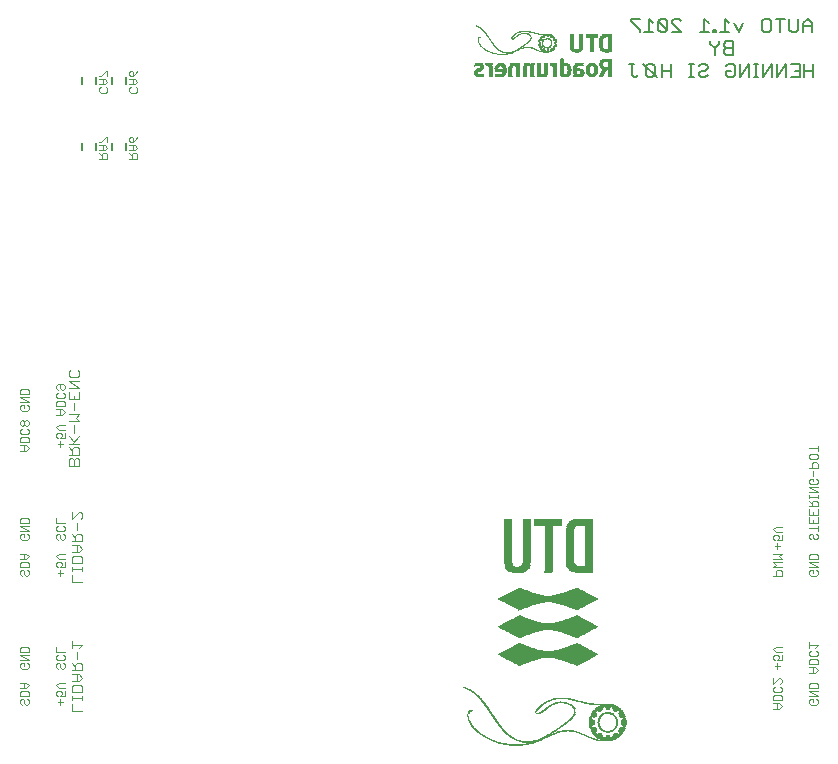
<source format=gbo>
G75*
%MOIN*%
%OFA0B0*%
%FSLAX25Y25*%
%IPPOS*%
%LPD*%
%AMOC8*
5,1,8,0,0,1.08239X$1,22.5*
%
%ADD10C,0.00300*%
%ADD11C,0.00400*%
%ADD12C,0.00500*%
%ADD13R,0.00091X0.00091*%
%ADD14R,0.00543X0.00091*%
%ADD15R,0.00906X0.00091*%
%ADD16R,0.01358X0.00091*%
%ADD17R,0.01720X0.00091*%
%ADD18R,0.02173X0.00091*%
%ADD19R,0.02445X0.00091*%
%ADD20R,0.02898X0.00091*%
%ADD21R,0.03350X0.00091*%
%ADD22R,0.03713X0.00091*%
%ADD23R,0.04165X0.00091*%
%ADD24R,0.04618X0.00091*%
%ADD25R,0.05071X0.00091*%
%ADD26R,0.05433X0.00091*%
%ADD27R,0.05886X0.00091*%
%ADD28R,0.06339X0.00091*%
%ADD29R,0.06791X0.00091*%
%ADD30R,0.07154X0.00091*%
%ADD31R,0.07516X0.00091*%
%ADD32R,0.07969X0.00091*%
%ADD33R,0.08421X0.00091*%
%ADD34R,0.08965X0.00091*%
%ADD35R,0.09417X0.00091*%
%ADD36R,0.09870X0.00091*%
%ADD37R,0.10413X0.00091*%
%ADD38R,0.10957X0.00091*%
%ADD39R,0.11591X0.00091*%
%ADD40R,0.12134X0.00091*%
%ADD41R,0.12768X0.00091*%
%ADD42R,0.12858X0.00091*%
%ADD43R,0.13764X0.00091*%
%ADD44R,0.29610X0.00091*%
%ADD45R,0.29972X0.00091*%
%ADD46R,0.30335X0.00091*%
%ADD47R,0.30697X0.00091*%
%ADD48R,0.31059X0.00091*%
%ADD49R,0.31421X0.00091*%
%ADD50R,0.31783X0.00091*%
%ADD51R,0.32055X0.00091*%
%ADD52R,0.32327X0.00091*%
%ADD53R,0.32689X0.00091*%
%ADD54R,0.33051X0.00091*%
%ADD55R,0.33232X0.00091*%
%ADD56R,0.31965X0.00091*%
%ADD57R,0.31602X0.00091*%
%ADD58R,0.31240X0.00091*%
%ADD59R,0.30878X0.00091*%
%ADD60R,0.30516X0.00091*%
%ADD61R,0.30154X0.00091*%
%ADD62R,0.29791X0.00091*%
%ADD63R,0.29429X0.00091*%
%ADD64R,0.13220X0.00091*%
%ADD65R,0.13311X0.00091*%
%ADD66R,0.12496X0.00091*%
%ADD67R,0.11862X0.00091*%
%ADD68R,0.11319X0.00091*%
%ADD69R,0.11228X0.00091*%
%ADD70R,0.10776X0.00091*%
%ADD71R,0.10685X0.00091*%
%ADD72R,0.10232X0.00091*%
%ADD73R,0.09689X0.00091*%
%ADD74R,0.09236X0.00091*%
%ADD75R,0.08693X0.00091*%
%ADD76R,0.08240X0.00091*%
%ADD77R,0.07787X0.00091*%
%ADD78R,0.07335X0.00091*%
%ADD79R,0.06972X0.00091*%
%ADD80R,0.06520X0.00091*%
%ADD81R,0.06157X0.00091*%
%ADD82R,0.06067X0.00091*%
%ADD83R,0.05705X0.00091*%
%ADD84R,0.05252X0.00091*%
%ADD85R,0.04799X0.00091*%
%ADD86R,0.04437X0.00091*%
%ADD87R,0.03984X0.00091*%
%ADD88R,0.03531X0.00091*%
%ADD89R,0.03622X0.00091*%
%ADD90R,0.03260X0.00091*%
%ADD91R,0.02807X0.00091*%
%ADD92R,0.02354X0.00091*%
%ADD93R,0.01992X0.00091*%
%ADD94R,0.01539X0.00091*%
%ADD95R,0.01087X0.00091*%
%ADD96R,0.00724X0.00091*%
%ADD97R,0.00272X0.00091*%
%ADD98R,0.00453X0.00091*%
%ADD99R,0.01268X0.00091*%
%ADD100R,0.02083X0.00091*%
%ADD101R,0.06610X0.00091*%
%ADD102R,0.07063X0.00091*%
%ADD103R,0.08874X0.00091*%
%ADD104R,0.11500X0.00091*%
%ADD105R,0.12043X0.00091*%
%ADD106R,0.13673X0.00091*%
%ADD107R,0.32146X0.00091*%
%ADD108R,0.29520X0.00091*%
%ADD109R,0.12587X0.00091*%
%ADD110R,0.07425X0.00091*%
%ADD111R,0.04890X0.00091*%
%ADD112R,0.01177X0.00091*%
%ADD113R,0.00362X0.00091*%
%ADD114R,0.01630X0.00091*%
%ADD115R,0.04980X0.00091*%
%ADD116R,0.11409X0.00091*%
%ADD117R,0.12677X0.00091*%
%ADD118R,0.13583X0.00091*%
%ADD119R,0.29882X0.00091*%
%ADD120R,0.13402X0.00091*%
%ADD121R,0.11953X0.00091*%
%ADD122R,0.08783X0.00091*%
%ADD123R,0.07878X0.00091*%
%ADD124R,0.04075X0.00091*%
%ADD125R,0.02717X0.00091*%
%ADD126R,0.04256X0.00091*%
%ADD127R,0.06429X0.00091*%
%ADD128R,0.04709X0.00091*%
%ADD129R,0.02988X0.00091*%
%ADD130R,0.07244X0.00091*%
%ADD131R,0.05795X0.00091*%
%ADD132R,0.05976X0.00091*%
%ADD133R,0.06248X0.00091*%
%ADD134R,0.07697X0.00091*%
%ADD135R,0.06701X0.00091*%
%ADD136R,0.06882X0.00091*%
%ADD137R,0.08059X0.00091*%
%ADD138R,0.08150X0.00091*%
%ADD139R,0.08331X0.00091*%
%ADD140R,0.08512X0.00091*%
%ADD141R,0.08602X0.00091*%
%ADD142R,0.03169X0.00091*%
%ADD143R,0.03079X0.00091*%
%ADD144R,0.03441X0.00091*%
%ADD145R,0.09055X0.00091*%
%ADD146R,0.07606X0.00091*%
%ADD147R,0.02626X0.00091*%
%ADD148R,0.05343X0.00091*%
%ADD149R,0.04800X0.00100*%
%ADD150R,0.06400X0.00100*%
%ADD151R,0.02400X0.00100*%
%ADD152R,0.02800X0.00100*%
%ADD153R,0.01900X0.00100*%
%ADD154R,0.02000X0.00100*%
%ADD155R,0.01600X0.00100*%
%ADD156R,0.01700X0.00100*%
%ADD157R,0.01400X0.00100*%
%ADD158R,0.01500X0.00100*%
%ADD159R,0.01200X0.00100*%
%ADD160R,0.01100X0.00100*%
%ADD161R,0.01000X0.00100*%
%ADD162R,0.03200X0.00100*%
%ADD163R,0.00900X0.00100*%
%ADD164R,0.00800X0.00100*%
%ADD165R,0.04200X0.00100*%
%ADD166R,0.01300X0.00100*%
%ADD167R,0.02900X0.00100*%
%ADD168R,0.04300X0.00100*%
%ADD169R,0.05200X0.00100*%
%ADD170R,0.00700X0.00100*%
%ADD171R,0.03900X0.00100*%
%ADD172R,0.01800X0.00100*%
%ADD173R,0.04400X0.00100*%
%ADD174R,0.04900X0.00100*%
%ADD175R,0.05400X0.00100*%
%ADD176R,0.05800X0.00100*%
%ADD177R,0.00600X0.00100*%
%ADD178R,0.06200X0.00100*%
%ADD179R,0.06500X0.00100*%
%ADD180R,0.02300X0.00100*%
%ADD181R,0.02500X0.00100*%
%ADD182R,0.02200X0.00100*%
%ADD183R,0.00500X0.00100*%
%ADD184R,0.02600X0.00100*%
%ADD185R,0.02700X0.00100*%
%ADD186R,0.00200X0.00100*%
%ADD187R,0.00400X0.00100*%
%ADD188R,0.02100X0.00100*%
%ADD189R,0.03800X0.00100*%
%ADD190R,0.00300X0.00100*%
%ADD191R,0.03400X0.00100*%
%ADD192R,0.03000X0.00100*%
%ADD193R,0.06600X0.00100*%
%ADD194R,0.06300X0.00100*%
%ADD195R,0.06000X0.00100*%
%ADD196R,0.05600X0.00100*%
%ADD197R,0.04600X0.00100*%
%ADD198R,0.06900X0.00100*%
%ADD199R,0.03100X0.00100*%
%ADD200R,0.05100X0.00100*%
%ADD201R,0.04000X0.00100*%
%ADD202R,0.00827X0.00059*%
%ADD203R,0.00709X0.00059*%
%ADD204R,0.01063X0.00059*%
%ADD205R,0.01240X0.00059*%
%ADD206R,0.00945X0.00059*%
%ADD207R,0.01122X0.00059*%
%ADD208R,0.01299X0.00059*%
%ADD209R,0.01713X0.00059*%
%ADD210R,0.00886X0.00059*%
%ADD211R,0.01181X0.00059*%
%ADD212R,0.01890X0.00059*%
%ADD213R,0.01772X0.00059*%
%ADD214R,0.01654X0.00059*%
%ADD215R,0.01476X0.00059*%
%ADD216R,0.02244X0.00059*%
%ADD217R,0.01004X0.00059*%
%ADD218R,0.02362X0.00059*%
%ADD219R,0.02598X0.00059*%
%ADD220R,0.02480X0.00059*%
%ADD221R,0.02126X0.00059*%
%ADD222R,0.02835X0.00059*%
%ADD223R,0.01949X0.00059*%
%ADD224R,0.02717X0.00059*%
%ADD225R,0.02303X0.00059*%
%ADD226R,0.03130X0.00059*%
%ADD227R,0.02953X0.00059*%
%ADD228R,0.02067X0.00059*%
%ADD229R,0.02421X0.00059*%
%ADD230R,0.03071X0.00059*%
%ADD231R,0.03307X0.00059*%
%ADD232R,0.02894X0.00059*%
%ADD233R,0.02776X0.00059*%
%ADD234R,0.03189X0.00059*%
%ADD235R,0.03366X0.00059*%
%ADD236R,0.03012X0.00059*%
%ADD237R,0.03248X0.00059*%
%ADD238R,0.03425X0.00059*%
%ADD239R,0.03484X0.00059*%
%ADD240R,0.03543X0.00059*%
%ADD241R,0.01358X0.00059*%
%ADD242R,0.01594X0.00059*%
%ADD243R,0.01535X0.00059*%
%ADD244R,0.00413X0.00059*%
%ADD245R,0.01417X0.00059*%
%ADD246R,0.00177X0.00059*%
%ADD247R,0.03720X0.00059*%
%ADD248R,0.03780X0.00059*%
%ADD249R,0.01831X0.00059*%
%ADD250R,0.00118X0.00059*%
%ADD251R,0.02657X0.00059*%
%ADD252R,0.03602X0.00059*%
%ADD253R,0.03661X0.00059*%
%ADD254R,0.03839X0.00059*%
%ADD255R,0.00768X0.00059*%
%ADD256R,0.02539X0.00059*%
%ADD257R,0.02185X0.00059*%
%ADD258R,0.02008X0.00059*%
%ADD259R,0.00650X0.00059*%
%ADD260R,0.00354X0.00059*%
%ADD261R,0.00472X0.00059*%
%ADD262R,0.00295X0.00059*%
%ADD263R,0.00591X0.00059*%
%ADD264R,0.00531X0.00059*%
%ADD265R,0.00236X0.00059*%
%ADD266R,0.00059X0.00059*%
%ADD267R,0.04075X0.00059*%
%ADD268R,0.04193X0.00059*%
%ADD269R,0.03957X0.00059*%
%ADD270C,0.00600*%
D10*
X0052600Y0069006D02*
X0052150Y0069457D01*
X0052150Y0070358D01*
X0052600Y0070808D01*
X0053051Y0070808D01*
X0053501Y0070358D01*
X0053501Y0069457D01*
X0053952Y0069006D01*
X0054402Y0069006D01*
X0054852Y0069457D01*
X0054852Y0070358D01*
X0054402Y0070808D01*
X0054852Y0071769D02*
X0054852Y0073120D01*
X0054402Y0073570D01*
X0052600Y0073570D01*
X0052150Y0073120D01*
X0052150Y0071769D01*
X0054852Y0071769D01*
X0053952Y0074531D02*
X0052150Y0074531D01*
X0053501Y0074531D02*
X0053501Y0076333D01*
X0053952Y0076333D02*
X0052150Y0076333D01*
X0053952Y0076333D02*
X0054852Y0075432D01*
X0053952Y0074531D01*
X0054402Y0081006D02*
X0052600Y0081006D01*
X0052150Y0081457D01*
X0052150Y0082358D01*
X0052600Y0082808D01*
X0053501Y0082808D01*
X0053501Y0081907D01*
X0054402Y0081006D02*
X0054852Y0081457D01*
X0054852Y0082358D01*
X0054402Y0082808D01*
X0054852Y0083769D02*
X0052150Y0085570D01*
X0054852Y0085570D01*
X0054852Y0086531D02*
X0054852Y0087882D01*
X0054402Y0088333D01*
X0052600Y0088333D01*
X0052150Y0087882D01*
X0052150Y0086531D01*
X0054852Y0086531D01*
X0054852Y0083769D02*
X0052150Y0083769D01*
X0064150Y0084219D02*
X0064150Y0085120D01*
X0064600Y0085570D01*
X0064150Y0086531D02*
X0066852Y0086531D01*
X0066402Y0085570D02*
X0066852Y0085120D01*
X0066852Y0084219D01*
X0066402Y0083769D01*
X0064600Y0083769D01*
X0064150Y0084219D01*
X0064600Y0082808D02*
X0064150Y0082358D01*
X0064150Y0081457D01*
X0064600Y0081006D01*
X0065501Y0081457D02*
X0065501Y0082358D01*
X0065051Y0082808D01*
X0064600Y0082808D01*
X0065501Y0081457D02*
X0065952Y0081006D01*
X0066402Y0081006D01*
X0066852Y0081457D01*
X0066852Y0082358D01*
X0066402Y0082808D01*
X0064150Y0086531D02*
X0064150Y0088333D01*
X0065051Y0076333D02*
X0064150Y0075432D01*
X0065051Y0074531D01*
X0066852Y0074531D01*
X0066852Y0073570D02*
X0066852Y0071769D01*
X0065501Y0071769D01*
X0065952Y0072670D01*
X0065952Y0073120D01*
X0065501Y0073570D01*
X0064600Y0073570D01*
X0064150Y0073120D01*
X0064150Y0072219D01*
X0064600Y0071769D01*
X0065501Y0070808D02*
X0065501Y0069006D01*
X0066402Y0069907D02*
X0064600Y0069907D01*
X0065051Y0076333D02*
X0066852Y0076333D01*
X0065501Y0112006D02*
X0065501Y0113808D01*
X0065501Y0114769D02*
X0065952Y0115670D01*
X0065952Y0116120D01*
X0065501Y0116570D01*
X0064600Y0116570D01*
X0064150Y0116120D01*
X0064150Y0115219D01*
X0064600Y0114769D01*
X0065501Y0114769D02*
X0066852Y0114769D01*
X0066852Y0116570D01*
X0066852Y0117531D02*
X0065051Y0117531D01*
X0064150Y0118432D01*
X0065051Y0119333D01*
X0066852Y0119333D01*
X0066402Y0124006D02*
X0065952Y0124006D01*
X0065501Y0124457D01*
X0065501Y0125358D01*
X0065051Y0125808D01*
X0064600Y0125808D01*
X0064150Y0125358D01*
X0064150Y0124457D01*
X0064600Y0124006D01*
X0066402Y0124006D02*
X0066852Y0124457D01*
X0066852Y0125358D01*
X0066402Y0125808D01*
X0066402Y0126769D02*
X0064600Y0126769D01*
X0064150Y0127219D01*
X0064150Y0128120D01*
X0064600Y0128570D01*
X0064150Y0129531D02*
X0066852Y0129531D01*
X0066402Y0128570D02*
X0066852Y0128120D01*
X0066852Y0127219D01*
X0066402Y0126769D01*
X0064150Y0129531D02*
X0064150Y0131333D01*
X0054852Y0130882D02*
X0054852Y0129531D01*
X0052150Y0129531D01*
X0052150Y0130882D01*
X0052600Y0131333D01*
X0054402Y0131333D01*
X0054852Y0130882D01*
X0054852Y0128570D02*
X0052150Y0128570D01*
X0054852Y0126769D01*
X0052150Y0126769D01*
X0052600Y0125808D02*
X0053501Y0125808D01*
X0053501Y0124907D01*
X0052600Y0124006D02*
X0052150Y0124457D01*
X0052150Y0125358D01*
X0052600Y0125808D01*
X0052600Y0124006D02*
X0054402Y0124006D01*
X0054852Y0124457D01*
X0054852Y0125358D01*
X0054402Y0125808D01*
X0053952Y0119333D02*
X0052150Y0119333D01*
X0053501Y0119333D02*
X0053501Y0117531D01*
X0053952Y0117531D02*
X0054852Y0118432D01*
X0053952Y0119333D01*
X0053952Y0117531D02*
X0052150Y0117531D01*
X0052600Y0116570D02*
X0054402Y0116570D01*
X0054852Y0116120D01*
X0054852Y0114769D01*
X0052150Y0114769D01*
X0052150Y0116120D01*
X0052600Y0116570D01*
X0052600Y0113808D02*
X0052150Y0113358D01*
X0052150Y0112457D01*
X0052600Y0112006D01*
X0053501Y0112457D02*
X0053501Y0113358D01*
X0053051Y0113808D01*
X0052600Y0113808D01*
X0053501Y0112457D02*
X0053952Y0112006D01*
X0054402Y0112006D01*
X0054852Y0112457D01*
X0054852Y0113358D01*
X0054402Y0113808D01*
X0064600Y0112907D02*
X0066402Y0112907D01*
X0053952Y0153625D02*
X0052150Y0153625D01*
X0053501Y0153625D02*
X0053501Y0155427D01*
X0053952Y0155427D02*
X0052150Y0155427D01*
X0052150Y0156388D02*
X0052150Y0157739D01*
X0052600Y0158189D01*
X0054402Y0158189D01*
X0054852Y0157739D01*
X0054852Y0156388D01*
X0052150Y0156388D01*
X0053952Y0155427D02*
X0054852Y0154526D01*
X0053952Y0153625D01*
X0054402Y0159150D02*
X0052600Y0159150D01*
X0052150Y0159600D01*
X0052150Y0160501D01*
X0052600Y0160952D01*
X0052600Y0161912D02*
X0053051Y0161912D01*
X0053501Y0162363D01*
X0053501Y0163263D01*
X0053051Y0163714D01*
X0052600Y0163714D01*
X0052150Y0163263D01*
X0052150Y0162363D01*
X0052600Y0161912D01*
X0053501Y0162363D02*
X0053952Y0161912D01*
X0054402Y0161912D01*
X0054852Y0162363D01*
X0054852Y0163263D01*
X0054402Y0163714D01*
X0053952Y0163714D01*
X0053501Y0163263D01*
X0054402Y0160952D02*
X0054852Y0160501D01*
X0054852Y0159600D01*
X0054402Y0159150D01*
X0054402Y0167006D02*
X0052600Y0167006D01*
X0052150Y0167457D01*
X0052150Y0168358D01*
X0052600Y0168808D01*
X0053501Y0168808D01*
X0053501Y0167907D01*
X0054402Y0167006D02*
X0054852Y0167457D01*
X0054852Y0168358D01*
X0054402Y0168808D01*
X0054852Y0169769D02*
X0052150Y0171570D01*
X0054852Y0171570D01*
X0054852Y0172531D02*
X0054852Y0173882D01*
X0054402Y0174333D01*
X0052600Y0174333D01*
X0052150Y0173882D01*
X0052150Y0172531D01*
X0054852Y0172531D01*
X0054852Y0169769D02*
X0052150Y0169769D01*
X0064150Y0169739D02*
X0064600Y0170189D01*
X0066402Y0170189D01*
X0066852Y0169739D01*
X0066852Y0168388D01*
X0064150Y0168388D01*
X0064150Y0169739D01*
X0064600Y0171150D02*
X0064150Y0171600D01*
X0064150Y0172501D01*
X0064600Y0172952D01*
X0064600Y0173912D02*
X0064150Y0174363D01*
X0064150Y0175263D01*
X0064600Y0175714D01*
X0066402Y0175714D01*
X0066852Y0175263D01*
X0066852Y0174363D01*
X0066402Y0173912D01*
X0065952Y0173912D01*
X0065501Y0174363D01*
X0065501Y0175714D01*
X0066402Y0172952D02*
X0066852Y0172501D01*
X0066852Y0171600D01*
X0066402Y0171150D01*
X0064600Y0171150D01*
X0064150Y0167427D02*
X0065952Y0167427D01*
X0066852Y0166526D01*
X0065952Y0165625D01*
X0064150Y0165625D01*
X0065501Y0165625D02*
X0065501Y0167427D01*
X0065051Y0162333D02*
X0064150Y0161432D01*
X0065051Y0160531D01*
X0066852Y0160531D01*
X0066852Y0159570D02*
X0066852Y0157769D01*
X0065501Y0157769D01*
X0065952Y0158670D01*
X0065952Y0159120D01*
X0065501Y0159570D01*
X0064600Y0159570D01*
X0064150Y0159120D01*
X0064150Y0158219D01*
X0064600Y0157769D01*
X0065501Y0156808D02*
X0065501Y0155006D01*
X0066402Y0155907D02*
X0064600Y0155907D01*
X0065051Y0162333D02*
X0066852Y0162333D01*
X0078400Y0251006D02*
X0081102Y0251006D01*
X0081102Y0252358D01*
X0080652Y0252808D01*
X0079751Y0252808D01*
X0079301Y0252358D01*
X0079301Y0251006D01*
X0079301Y0251907D02*
X0078400Y0252808D01*
X0078400Y0253769D02*
X0080202Y0253769D01*
X0081102Y0254670D01*
X0080202Y0255570D01*
X0078400Y0255570D01*
X0078400Y0256531D02*
X0078850Y0256531D01*
X0080652Y0258333D01*
X0081102Y0258333D01*
X0081102Y0256531D01*
X0079751Y0255570D02*
X0079751Y0253769D01*
X0088400Y0253769D02*
X0090202Y0253769D01*
X0091102Y0254670D01*
X0090202Y0255570D01*
X0088400Y0255570D01*
X0088850Y0256531D02*
X0088400Y0256982D01*
X0088400Y0257882D01*
X0088850Y0258333D01*
X0089301Y0258333D01*
X0089751Y0257882D01*
X0089751Y0256531D01*
X0088850Y0256531D01*
X0089751Y0256531D02*
X0090652Y0257432D01*
X0091102Y0258333D01*
X0089751Y0255570D02*
X0089751Y0253769D01*
X0089751Y0252808D02*
X0089301Y0252358D01*
X0089301Y0251006D01*
X0088400Y0251006D02*
X0091102Y0251006D01*
X0091102Y0252358D01*
X0090652Y0252808D01*
X0089751Y0252808D01*
X0089301Y0251907D02*
X0088400Y0252808D01*
X0088850Y0273006D02*
X0088400Y0273457D01*
X0088400Y0274358D01*
X0088850Y0274808D01*
X0088400Y0275769D02*
X0090202Y0275769D01*
X0091102Y0276670D01*
X0090202Y0277570D01*
X0088400Y0277570D01*
X0088850Y0278531D02*
X0088400Y0278982D01*
X0088400Y0279882D01*
X0088850Y0280333D01*
X0089301Y0280333D01*
X0089751Y0279882D01*
X0089751Y0278531D01*
X0088850Y0278531D01*
X0089751Y0278531D02*
X0090652Y0279432D01*
X0091102Y0280333D01*
X0089751Y0277570D02*
X0089751Y0275769D01*
X0090652Y0274808D02*
X0091102Y0274358D01*
X0091102Y0273457D01*
X0090652Y0273006D01*
X0088850Y0273006D01*
X0081102Y0273457D02*
X0080652Y0273006D01*
X0078850Y0273006D01*
X0078400Y0273457D01*
X0078400Y0274358D01*
X0078850Y0274808D01*
X0078400Y0275769D02*
X0080202Y0275769D01*
X0081102Y0276670D01*
X0080202Y0277570D01*
X0078400Y0277570D01*
X0078400Y0278531D02*
X0078850Y0278531D01*
X0080652Y0280333D01*
X0081102Y0280333D01*
X0081102Y0278531D01*
X0079751Y0277570D02*
X0079751Y0275769D01*
X0080652Y0274808D02*
X0081102Y0274358D01*
X0081102Y0273457D01*
X0303150Y0127432D02*
X0304051Y0128333D01*
X0305852Y0128333D01*
X0305852Y0126531D02*
X0304051Y0126531D01*
X0303150Y0127432D01*
X0303600Y0125570D02*
X0303150Y0125120D01*
X0303150Y0124219D01*
X0303600Y0123769D01*
X0304501Y0123769D02*
X0304952Y0124670D01*
X0304952Y0125120D01*
X0304501Y0125570D01*
X0303600Y0125570D01*
X0304501Y0123769D02*
X0305852Y0123769D01*
X0305852Y0125570D01*
X0304501Y0122808D02*
X0304501Y0121006D01*
X0305402Y0121907D02*
X0303600Y0121907D01*
X0303150Y0119333D02*
X0305852Y0119333D01*
X0304952Y0118432D01*
X0305852Y0117531D01*
X0303150Y0117531D01*
X0303150Y0116570D02*
X0305852Y0116570D01*
X0305852Y0114769D02*
X0303150Y0114769D01*
X0304051Y0115670D01*
X0303150Y0116570D01*
X0304501Y0113808D02*
X0304051Y0113358D01*
X0304051Y0112006D01*
X0303150Y0112006D02*
X0305852Y0112006D01*
X0305852Y0113358D01*
X0305402Y0113808D01*
X0304501Y0113808D01*
X0315150Y0113358D02*
X0315600Y0113808D01*
X0316501Y0113808D01*
X0316501Y0112907D01*
X0315600Y0112006D02*
X0315150Y0112457D01*
X0315150Y0113358D01*
X0315150Y0114769D02*
X0317852Y0114769D01*
X0315150Y0116570D01*
X0317852Y0116570D01*
X0317852Y0117531D02*
X0317852Y0118882D01*
X0317402Y0119333D01*
X0315600Y0119333D01*
X0315150Y0118882D01*
X0315150Y0117531D01*
X0317852Y0117531D01*
X0317402Y0113808D02*
X0317852Y0113358D01*
X0317852Y0112457D01*
X0317402Y0112006D01*
X0315600Y0112006D01*
X0315600Y0124036D02*
X0315150Y0124487D01*
X0315150Y0125387D01*
X0315600Y0125838D01*
X0316051Y0125838D01*
X0316501Y0125387D01*
X0316501Y0124487D01*
X0316952Y0124036D01*
X0317402Y0124036D01*
X0317852Y0124487D01*
X0317852Y0125387D01*
X0317402Y0125838D01*
X0317852Y0126799D02*
X0317852Y0128600D01*
X0317852Y0127699D02*
X0315150Y0127699D01*
X0315150Y0129561D02*
X0315150Y0131362D01*
X0315150Y0132323D02*
X0315150Y0134125D01*
X0315150Y0135086D02*
X0317852Y0135086D01*
X0317852Y0136437D01*
X0317402Y0136887D01*
X0316501Y0136887D01*
X0316051Y0136437D01*
X0316051Y0135086D01*
X0316051Y0135986D02*
X0315150Y0136887D01*
X0315150Y0137848D02*
X0315150Y0138749D01*
X0315150Y0138298D02*
X0317852Y0138298D01*
X0317852Y0137848D02*
X0317852Y0138749D01*
X0317852Y0139690D02*
X0315150Y0141491D01*
X0317852Y0141491D01*
X0317402Y0142452D02*
X0315600Y0142452D01*
X0315150Y0142902D01*
X0315150Y0143803D01*
X0315600Y0144253D01*
X0316501Y0144253D01*
X0316501Y0143353D01*
X0317402Y0144253D02*
X0317852Y0143803D01*
X0317852Y0142902D01*
X0317402Y0142452D01*
X0317852Y0139690D02*
X0315150Y0139690D01*
X0316501Y0145214D02*
X0316501Y0147016D01*
X0316051Y0147977D02*
X0316051Y0149328D01*
X0316501Y0149778D01*
X0317402Y0149778D01*
X0317852Y0149328D01*
X0317852Y0147977D01*
X0315150Y0147977D01*
X0315600Y0150739D02*
X0315150Y0151189D01*
X0315150Y0152090D01*
X0315600Y0152541D01*
X0317402Y0152541D01*
X0317852Y0152090D01*
X0317852Y0151189D01*
X0317402Y0150739D01*
X0315600Y0150739D01*
X0317852Y0153501D02*
X0317852Y0155303D01*
X0317852Y0154402D02*
X0315150Y0154402D01*
X0317852Y0134125D02*
X0317852Y0132323D01*
X0315150Y0132323D01*
X0316501Y0132323D02*
X0316501Y0133224D01*
X0317852Y0131362D02*
X0317852Y0129561D01*
X0315150Y0129561D01*
X0316501Y0129561D02*
X0316501Y0130462D01*
X0315150Y0089714D02*
X0315150Y0087912D01*
X0315150Y0088813D02*
X0317852Y0088813D01*
X0316952Y0087912D01*
X0317402Y0086952D02*
X0317852Y0086501D01*
X0317852Y0085600D01*
X0317402Y0085150D01*
X0315600Y0085150D01*
X0315150Y0085600D01*
X0315150Y0086501D01*
X0315600Y0086952D01*
X0315600Y0084189D02*
X0315150Y0083739D01*
X0315150Y0082388D01*
X0317852Y0082388D01*
X0317852Y0083739D01*
X0317402Y0084189D01*
X0315600Y0084189D01*
X0315150Y0081427D02*
X0316952Y0081427D01*
X0317852Y0080526D01*
X0316952Y0079625D01*
X0315150Y0079625D01*
X0316501Y0079625D02*
X0316501Y0081427D01*
X0315600Y0076333D02*
X0315150Y0075882D01*
X0315150Y0074531D01*
X0317852Y0074531D01*
X0317852Y0075882D01*
X0317402Y0076333D01*
X0315600Y0076333D01*
X0315150Y0073570D02*
X0317852Y0073570D01*
X0317852Y0071769D02*
X0315150Y0071769D01*
X0315600Y0070808D02*
X0315150Y0070358D01*
X0315150Y0069457D01*
X0315600Y0069006D01*
X0317402Y0069006D01*
X0317852Y0069457D01*
X0317852Y0070358D01*
X0317402Y0070808D01*
X0316501Y0070808D02*
X0316501Y0069907D01*
X0316501Y0070808D02*
X0315600Y0070808D01*
X0317852Y0071769D02*
X0315150Y0073570D01*
X0305852Y0073600D02*
X0305402Y0073150D01*
X0303600Y0073150D01*
X0303150Y0073600D01*
X0303150Y0074501D01*
X0303600Y0074952D01*
X0303150Y0075912D02*
X0304952Y0077714D01*
X0305402Y0077714D01*
X0305852Y0077263D01*
X0305852Y0076363D01*
X0305402Y0075912D01*
X0305402Y0074952D02*
X0305852Y0074501D01*
X0305852Y0073600D01*
X0305402Y0072189D02*
X0305852Y0071739D01*
X0305852Y0070388D01*
X0303150Y0070388D01*
X0303150Y0071739D01*
X0303600Y0072189D01*
X0305402Y0072189D01*
X0304952Y0069427D02*
X0303150Y0069427D01*
X0304501Y0069427D02*
X0304501Y0067625D01*
X0304952Y0067625D02*
X0305852Y0068526D01*
X0304952Y0069427D01*
X0304952Y0067625D02*
X0303150Y0067625D01*
X0303150Y0075912D02*
X0303150Y0077714D01*
X0304501Y0081006D02*
X0304501Y0082808D01*
X0304501Y0083769D02*
X0304952Y0084670D01*
X0304952Y0085120D01*
X0304501Y0085570D01*
X0303600Y0085570D01*
X0303150Y0085120D01*
X0303150Y0084219D01*
X0303600Y0083769D01*
X0304501Y0083769D02*
X0305852Y0083769D01*
X0305852Y0085570D01*
X0305852Y0086531D02*
X0304051Y0086531D01*
X0303150Y0087432D01*
X0304051Y0088333D01*
X0305852Y0088333D01*
X0305402Y0081907D02*
X0303600Y0081907D01*
D11*
X0069200Y0069325D02*
X0069200Y0066923D01*
X0072803Y0066923D01*
X0072803Y0070606D02*
X0072803Y0071807D01*
X0072803Y0071206D02*
X0069200Y0071206D01*
X0069200Y0070606D02*
X0069200Y0071807D01*
X0069200Y0073061D02*
X0069200Y0074863D01*
X0069801Y0075463D01*
X0072203Y0075463D01*
X0072803Y0074863D01*
X0072803Y0073061D01*
X0069200Y0073061D01*
X0069200Y0076745D02*
X0071602Y0076745D01*
X0072803Y0077946D01*
X0071602Y0079147D01*
X0069200Y0079147D01*
X0069200Y0080428D02*
X0072803Y0080428D01*
X0072803Y0082229D01*
X0072203Y0082830D01*
X0071002Y0082830D01*
X0070401Y0082229D01*
X0070401Y0080428D01*
X0070401Y0081629D02*
X0069200Y0082830D01*
X0071002Y0084111D02*
X0071002Y0086513D01*
X0071602Y0087794D02*
X0072803Y0088995D01*
X0069200Y0088995D01*
X0069200Y0087794D02*
X0069200Y0090196D01*
X0071002Y0079147D02*
X0071002Y0076745D01*
X0072803Y0109923D02*
X0069200Y0109923D01*
X0069200Y0112325D01*
X0069200Y0113606D02*
X0069200Y0114807D01*
X0069200Y0114206D02*
X0072803Y0114206D01*
X0072803Y0113606D02*
X0072803Y0114807D01*
X0072803Y0116061D02*
X0072803Y0117863D01*
X0072203Y0118463D01*
X0069801Y0118463D01*
X0069200Y0117863D01*
X0069200Y0116061D01*
X0072803Y0116061D01*
X0071602Y0119745D02*
X0072803Y0120946D01*
X0071602Y0122147D01*
X0069200Y0122147D01*
X0069200Y0123428D02*
X0072803Y0123428D01*
X0072803Y0125229D01*
X0072203Y0125830D01*
X0071002Y0125830D01*
X0070401Y0125229D01*
X0070401Y0123428D01*
X0070401Y0124629D02*
X0069200Y0125830D01*
X0071002Y0127111D02*
X0071002Y0129513D01*
X0072203Y0130794D02*
X0072803Y0131395D01*
X0072803Y0132596D01*
X0072203Y0133196D01*
X0071602Y0133196D01*
X0069200Y0130794D01*
X0069200Y0133196D01*
X0071002Y0122147D02*
X0071002Y0119745D01*
X0071602Y0119745D02*
X0069200Y0119745D01*
X0070002Y0148626D02*
X0070002Y0150427D01*
X0069401Y0151028D01*
X0068801Y0151028D01*
X0068200Y0150427D01*
X0068200Y0148626D01*
X0071803Y0148626D01*
X0071803Y0150427D01*
X0071203Y0151028D01*
X0070602Y0151028D01*
X0070002Y0150427D01*
X0069401Y0152309D02*
X0069401Y0154111D01*
X0070002Y0154711D01*
X0071203Y0154711D01*
X0071803Y0154111D01*
X0071803Y0152309D01*
X0068200Y0152309D01*
X0069401Y0153510D02*
X0068200Y0154711D01*
X0068200Y0155992D02*
X0071803Y0155992D01*
X0070002Y0156593D02*
X0068200Y0158394D01*
X0070002Y0159675D02*
X0070002Y0162077D01*
X0071803Y0163358D02*
X0070602Y0164559D01*
X0071803Y0165760D01*
X0068200Y0165760D01*
X0070002Y0167042D02*
X0070002Y0169444D01*
X0070002Y0170725D02*
X0070002Y0171926D01*
X0071803Y0173127D02*
X0071803Y0170725D01*
X0068200Y0170725D01*
X0068200Y0173127D01*
X0068200Y0174408D02*
X0071803Y0174408D01*
X0068200Y0176810D01*
X0071803Y0176810D01*
X0071203Y0178091D02*
X0068801Y0178091D01*
X0068200Y0178691D01*
X0068200Y0179893D01*
X0068801Y0180493D01*
X0071203Y0180493D02*
X0071803Y0179893D01*
X0071803Y0178691D01*
X0071203Y0178091D01*
X0071803Y0163358D02*
X0068200Y0163358D01*
X0071803Y0158394D02*
X0069401Y0155992D01*
D12*
X0255925Y0278835D02*
X0256676Y0278085D01*
X0257427Y0278085D01*
X0258177Y0278835D01*
X0255925Y0278835D02*
X0255925Y0282588D01*
X0255175Y0282588D02*
X0256676Y0282588D01*
X0259812Y0282588D02*
X0264316Y0278085D01*
X0263565Y0278835D02*
X0262815Y0278085D01*
X0261313Y0278085D01*
X0260563Y0278835D01*
X0260563Y0281838D01*
X0261313Y0282588D01*
X0262815Y0282588D01*
X0263565Y0281838D01*
X0263565Y0278835D01*
X0265917Y0278085D02*
X0265917Y0282588D01*
X0265917Y0280337D02*
X0268920Y0280337D01*
X0268920Y0282588D02*
X0268920Y0278085D01*
X0275092Y0278085D02*
X0276593Y0278085D01*
X0275842Y0278085D02*
X0275842Y0282588D01*
X0275092Y0282588D02*
X0276593Y0282588D01*
X0278194Y0281838D02*
X0278945Y0282588D01*
X0280446Y0282588D01*
X0281197Y0281838D01*
X0281197Y0281087D01*
X0280446Y0280337D01*
X0278945Y0280337D01*
X0278194Y0279586D01*
X0278194Y0278835D01*
X0278945Y0278085D01*
X0280446Y0278085D01*
X0281197Y0278835D01*
X0287402Y0278835D02*
X0288153Y0278085D01*
X0289654Y0278085D01*
X0290405Y0278835D01*
X0290405Y0281838D01*
X0289654Y0282588D01*
X0288153Y0282588D01*
X0287402Y0281838D01*
X0287402Y0280337D02*
X0288903Y0280337D01*
X0287402Y0280337D02*
X0287402Y0278835D01*
X0292006Y0278085D02*
X0292006Y0282588D01*
X0295009Y0282588D02*
X0292006Y0278085D01*
X0295009Y0278085D02*
X0295009Y0282588D01*
X0296577Y0282588D02*
X0298078Y0282588D01*
X0297327Y0282588D02*
X0297327Y0278085D01*
X0296577Y0278085D02*
X0298078Y0278085D01*
X0299679Y0278085D02*
X0299679Y0282588D01*
X0302682Y0282588D02*
X0299679Y0278085D01*
X0302682Y0278085D02*
X0302682Y0282588D01*
X0304283Y0282588D02*
X0304283Y0278085D01*
X0307286Y0282588D01*
X0307286Y0278085D01*
X0308887Y0278085D02*
X0311890Y0278085D01*
X0311890Y0282588D01*
X0308887Y0282588D01*
X0310388Y0280337D02*
X0311890Y0280337D01*
X0313491Y0280337D02*
X0316494Y0280337D01*
X0316494Y0282588D02*
X0316494Y0278085D01*
X0313491Y0278085D02*
X0313491Y0282588D01*
X0313107Y0293085D02*
X0313107Y0296087D01*
X0314609Y0297588D01*
X0316110Y0296087D01*
X0316110Y0293085D01*
X0316110Y0295337D02*
X0313107Y0295337D01*
X0311506Y0293835D02*
X0310755Y0293085D01*
X0309254Y0293085D01*
X0308504Y0293835D01*
X0308504Y0297588D01*
X0306902Y0297588D02*
X0303900Y0297588D01*
X0305401Y0297588D02*
X0305401Y0293085D01*
X0302298Y0293835D02*
X0302298Y0296838D01*
X0301548Y0297588D01*
X0300046Y0297588D01*
X0299296Y0296838D01*
X0299296Y0293835D01*
X0300046Y0293085D01*
X0301548Y0293085D01*
X0302298Y0293835D01*
X0311506Y0293835D02*
X0311506Y0297588D01*
X0293090Y0296087D02*
X0291589Y0293085D01*
X0290088Y0296087D01*
X0288486Y0296087D02*
X0286985Y0297588D01*
X0286985Y0293085D01*
X0288486Y0293085D02*
X0285484Y0293085D01*
X0283883Y0293085D02*
X0283132Y0293085D01*
X0283132Y0293835D01*
X0283883Y0293835D01*
X0283883Y0293085D01*
X0281581Y0293085D02*
X0278578Y0293085D01*
X0280079Y0293085D02*
X0280079Y0297588D01*
X0281581Y0296087D01*
X0282031Y0290088D02*
X0282031Y0289338D01*
X0283532Y0287837D01*
X0283532Y0285585D01*
X0283532Y0287837D02*
X0285033Y0289338D01*
X0285033Y0290088D01*
X0286635Y0289338D02*
X0286635Y0288587D01*
X0287385Y0287837D01*
X0289637Y0287837D01*
X0289637Y0290088D02*
X0289637Y0285585D01*
X0287385Y0285585D01*
X0286635Y0286335D01*
X0286635Y0287086D01*
X0287385Y0287837D01*
X0286635Y0289338D02*
X0287385Y0290088D01*
X0289637Y0290088D01*
X0272373Y0293085D02*
X0269370Y0296087D01*
X0269370Y0296838D01*
X0270121Y0297588D01*
X0271622Y0297588D01*
X0272373Y0296838D01*
X0272373Y0293085D02*
X0269370Y0293085D01*
X0267769Y0293835D02*
X0264766Y0296838D01*
X0264766Y0293835D01*
X0265517Y0293085D01*
X0267018Y0293085D01*
X0267769Y0293835D01*
X0267769Y0296838D01*
X0267018Y0297588D01*
X0265517Y0297588D01*
X0264766Y0296838D01*
X0263165Y0296087D02*
X0261664Y0297588D01*
X0261664Y0293085D01*
X0263165Y0293085D02*
X0260162Y0293085D01*
X0258561Y0293085D02*
X0258561Y0293835D01*
X0255558Y0296838D01*
X0255558Y0297588D01*
X0258561Y0297588D01*
D13*
X0218492Y0100307D03*
X0218492Y0091071D03*
X0218492Y0081835D03*
X0237689Y0081835D03*
X0237689Y0091071D03*
D14*
X0237644Y0081925D03*
X0218537Y0081925D03*
D15*
X0218537Y0082016D03*
X0218537Y0091252D03*
X0218537Y0100488D03*
X0237644Y0100488D03*
X0237644Y0091252D03*
X0237644Y0082016D03*
D16*
X0237598Y0082106D03*
X0237598Y0091343D03*
X0218583Y0082106D03*
D17*
X0218583Y0082197D03*
X0218583Y0091433D03*
X0237598Y0091433D03*
X0237598Y0082197D03*
D18*
X0237553Y0082287D03*
X0218628Y0082287D03*
D19*
X0218673Y0082378D03*
X0218673Y0091614D03*
X0218673Y0100850D03*
X0218673Y0107189D03*
X0237508Y0107189D03*
X0237508Y0100850D03*
X0237508Y0091614D03*
X0237508Y0082378D03*
D20*
X0237463Y0082469D03*
X0237463Y0091705D03*
X0237463Y0100941D03*
X0228136Y0113075D03*
X0235470Y0115972D03*
X0235470Y0116063D03*
X0235561Y0115791D03*
X0235561Y0115701D03*
X0235380Y0116516D03*
X0235380Y0126929D03*
X0235470Y0127382D03*
X0235470Y0127472D03*
X0235470Y0127563D03*
X0235561Y0127654D03*
X0235561Y0127744D03*
X0220801Y0115701D03*
X0220801Y0115610D03*
X0220711Y0115429D03*
X0220711Y0115339D03*
X0217813Y0112803D03*
X0215006Y0115248D03*
X0215006Y0115339D03*
X0214915Y0115429D03*
X0218719Y0100941D03*
X0218719Y0091705D03*
X0218719Y0082469D03*
D21*
X0218764Y0082559D03*
X0218764Y0091795D03*
X0218764Y0101031D03*
X0220303Y0114795D03*
X0235969Y0128378D03*
X0237417Y0101031D03*
X0237417Y0091795D03*
X0237417Y0082559D03*
D22*
X0237417Y0082650D03*
X0237417Y0091886D03*
X0237417Y0097681D03*
X0237417Y0101122D03*
X0237417Y0106917D03*
X0236150Y0114976D03*
X0218764Y0101122D03*
X0218764Y0091886D03*
X0218764Y0082650D03*
D23*
X0218809Y0082740D03*
X0218809Y0091976D03*
X0218809Y0101213D03*
X0237372Y0101213D03*
X0237372Y0091976D03*
X0237372Y0082740D03*
D24*
X0237327Y0082831D03*
X0237327Y0092067D03*
X0237327Y0101303D03*
X0218854Y0101303D03*
X0218854Y0092067D03*
X0218854Y0082831D03*
D25*
X0218900Y0082921D03*
X0218900Y0092157D03*
X0237281Y0092157D03*
X0237281Y0082921D03*
X0217813Y0113165D03*
D26*
X0217813Y0113256D03*
X0218900Y0101484D03*
X0218900Y0092248D03*
X0218900Y0083012D03*
X0237281Y0083012D03*
X0237281Y0092248D03*
X0237281Y0101484D03*
D27*
X0237236Y0101575D03*
X0237236Y0092339D03*
X0237236Y0083102D03*
X0218945Y0083102D03*
X0218945Y0092339D03*
X0218945Y0101575D03*
X0239953Y0112984D03*
D28*
X0237191Y0092429D03*
X0237191Y0083193D03*
X0218990Y0083193D03*
X0218990Y0092429D03*
D29*
X0219035Y0083283D03*
X0237146Y0083283D03*
X0239591Y0113165D03*
D30*
X0239409Y0130189D03*
X0237055Y0083374D03*
X0219126Y0083374D03*
D31*
X0219126Y0083465D03*
X0219126Y0092701D03*
X0219126Y0101937D03*
X0217858Y0114161D03*
X0239228Y0113528D03*
X0237055Y0101937D03*
X0237055Y0092701D03*
X0237055Y0083465D03*
X0239228Y0130008D03*
D32*
X0239002Y0129646D03*
X0239002Y0113890D03*
X0237010Y0102028D03*
X0237010Y0092791D03*
X0237010Y0083555D03*
X0219171Y0083555D03*
X0219171Y0092791D03*
X0219171Y0102028D03*
X0217813Y0114524D03*
D33*
X0219217Y0102118D03*
X0219217Y0092882D03*
X0219217Y0083646D03*
X0236965Y0083646D03*
X0236965Y0092882D03*
X0236965Y0102118D03*
X0238776Y0114433D03*
X0238776Y0114524D03*
X0238776Y0129012D03*
D34*
X0228181Y0128559D03*
X0236874Y0102209D03*
X0236874Y0092972D03*
X0236874Y0083736D03*
X0219307Y0083736D03*
D35*
X0219352Y0083827D03*
X0219352Y0093063D03*
X0219352Y0102299D03*
X0236829Y0102299D03*
X0236829Y0093063D03*
X0236829Y0083827D03*
D36*
X0236783Y0083917D03*
X0236783Y0093154D03*
X0236783Y0102390D03*
X0219398Y0102390D03*
X0219398Y0093154D03*
X0219398Y0083917D03*
D37*
X0219488Y0084008D03*
X0219488Y0093244D03*
X0219488Y0102480D03*
X0236693Y0102480D03*
X0236693Y0093244D03*
X0236693Y0084008D03*
D38*
X0236602Y0084098D03*
X0236602Y0093335D03*
X0236602Y0102571D03*
X0219579Y0102571D03*
X0219579Y0093335D03*
X0219579Y0084098D03*
D39*
X0219715Y0084189D03*
X0236467Y0084189D03*
D40*
X0236376Y0084280D03*
X0219805Y0084280D03*
X0219805Y0093516D03*
D41*
X0220031Y0093606D03*
X0236150Y0093606D03*
X0236150Y0084370D03*
D42*
X0219986Y0084370D03*
D43*
X0220348Y0084461D03*
X0235833Y0084461D03*
D44*
X0228091Y0084551D03*
X0228091Y0093787D03*
X0228091Y0103024D03*
X0228091Y0105016D03*
D45*
X0228091Y0103114D03*
X0228091Y0093878D03*
X0228091Y0084642D03*
D46*
X0228091Y0084732D03*
X0228091Y0093969D03*
X0228091Y0103205D03*
D47*
X0228091Y0103295D03*
X0228091Y0094059D03*
X0228091Y0084823D03*
D48*
X0228091Y0084913D03*
X0228091Y0094150D03*
X0228091Y0103386D03*
D49*
X0228091Y0103476D03*
X0228091Y0094240D03*
X0228091Y0085004D03*
D50*
X0228091Y0085094D03*
X0228091Y0094331D03*
X0228091Y0103567D03*
D51*
X0228045Y0103657D03*
X0228045Y0085185D03*
D52*
X0228091Y0085276D03*
X0228091Y0085819D03*
X0228091Y0094512D03*
X0228091Y0095055D03*
X0228091Y0103748D03*
X0228091Y0104291D03*
D53*
X0228091Y0104201D03*
X0228091Y0103839D03*
X0228091Y0094965D03*
X0228091Y0094602D03*
X0228091Y0085728D03*
X0228091Y0085366D03*
D54*
X0228091Y0085457D03*
X0228091Y0085638D03*
X0228091Y0094693D03*
X0228091Y0094874D03*
X0228091Y0103929D03*
X0228091Y0104110D03*
D55*
X0228091Y0104020D03*
X0228091Y0094783D03*
X0228091Y0085547D03*
D56*
X0228091Y0085909D03*
X0228091Y0095146D03*
X0228091Y0104382D03*
D57*
X0228091Y0104472D03*
X0228091Y0095236D03*
X0228091Y0086000D03*
D58*
X0228091Y0086091D03*
X0228091Y0095327D03*
X0228091Y0104563D03*
D59*
X0228091Y0104654D03*
X0228091Y0095417D03*
X0228091Y0086181D03*
D60*
X0228091Y0086272D03*
X0228091Y0095508D03*
X0228091Y0104744D03*
D61*
X0228091Y0104835D03*
X0228091Y0095598D03*
X0228091Y0086362D03*
D62*
X0228091Y0086453D03*
X0228091Y0095689D03*
D63*
X0228091Y0086543D03*
D64*
X0236014Y0086634D03*
D65*
X0236059Y0095870D03*
X0220122Y0095870D03*
X0220122Y0086634D03*
D66*
X0219896Y0086724D03*
X0236285Y0086724D03*
D67*
X0236421Y0086815D03*
X0236421Y0096051D03*
X0219760Y0096051D03*
X0219760Y0086815D03*
D68*
X0219669Y0096142D03*
X0219669Y0105378D03*
X0236512Y0105378D03*
X0236512Y0096142D03*
X0236512Y0086906D03*
D69*
X0219624Y0086906D03*
D70*
X0219579Y0096232D03*
X0219579Y0105469D03*
X0236602Y0105469D03*
X0236602Y0096232D03*
X0236602Y0086996D03*
D71*
X0219533Y0086996D03*
D72*
X0219488Y0087087D03*
X0219488Y0096323D03*
X0219488Y0105559D03*
X0236693Y0105559D03*
X0236693Y0096323D03*
X0236693Y0087087D03*
D73*
X0236783Y0087177D03*
X0236783Y0096413D03*
X0236783Y0105650D03*
X0219398Y0105650D03*
X0219398Y0096413D03*
X0219398Y0087177D03*
D74*
X0219352Y0087268D03*
X0219352Y0096504D03*
X0219352Y0105740D03*
X0236829Y0105740D03*
X0236829Y0096504D03*
X0236829Y0087268D03*
D75*
X0236919Y0087358D03*
X0236919Y0096594D03*
X0219262Y0096594D03*
X0219262Y0087358D03*
X0219262Y0105831D03*
X0228136Y0130551D03*
D76*
X0238866Y0129283D03*
X0238866Y0114252D03*
X0238866Y0114161D03*
X0236965Y0105921D03*
X0236965Y0096685D03*
X0236965Y0087449D03*
X0219217Y0087449D03*
X0219217Y0096685D03*
X0219217Y0105921D03*
D77*
X0217813Y0114343D03*
X0219171Y0096776D03*
X0219171Y0087539D03*
X0237010Y0087539D03*
X0237010Y0096776D03*
X0239093Y0113709D03*
D78*
X0239319Y0130098D03*
X0217858Y0114071D03*
X0219126Y0087630D03*
X0237055Y0087630D03*
D79*
X0237146Y0087720D03*
X0237146Y0096957D03*
X0239500Y0113256D03*
X0219035Y0096957D03*
X0219035Y0087720D03*
D80*
X0218990Y0087811D03*
X0218990Y0097047D03*
X0217813Y0113618D03*
X0237191Y0087811D03*
D81*
X0237191Y0087902D03*
X0237191Y0097138D03*
X0237191Y0101665D03*
X0237191Y0106374D03*
X0218990Y0106374D03*
X0218990Y0101665D03*
X0218990Y0097138D03*
D82*
X0218945Y0087902D03*
D83*
X0218945Y0087992D03*
X0218945Y0097228D03*
X0218945Y0106465D03*
X0237236Y0106465D03*
X0237236Y0097228D03*
X0237236Y0087992D03*
D84*
X0237281Y0088083D03*
X0237281Y0097319D03*
X0237281Y0106555D03*
X0218900Y0106555D03*
X0218900Y0097319D03*
X0218900Y0088083D03*
D85*
X0218854Y0088173D03*
X0237327Y0088173D03*
D86*
X0237327Y0088264D03*
X0237327Y0097500D03*
X0237327Y0106736D03*
X0218854Y0106736D03*
X0218854Y0097500D03*
X0218854Y0088264D03*
D87*
X0218809Y0088354D03*
X0218809Y0097591D03*
X0237372Y0097591D03*
X0237372Y0106827D03*
X0237372Y0088354D03*
D88*
X0237417Y0088445D03*
X0220122Y0114705D03*
X0215504Y0114705D03*
X0236059Y0128469D03*
D89*
X0217813Y0112894D03*
X0218719Y0106917D03*
X0218719Y0097681D03*
X0218719Y0088445D03*
D90*
X0218719Y0088535D03*
X0218719Y0097772D03*
X0218719Y0107008D03*
X0215368Y0114795D03*
X0235923Y0115157D03*
X0237463Y0107008D03*
X0237463Y0097772D03*
X0237463Y0088535D03*
X0235833Y0128287D03*
D91*
X0235425Y0127291D03*
X0235425Y0127201D03*
X0235425Y0127110D03*
X0235425Y0127020D03*
X0235335Y0126839D03*
X0235335Y0126748D03*
X0235335Y0126657D03*
X0235335Y0126567D03*
X0235335Y0126476D03*
X0235335Y0126386D03*
X0235335Y0126295D03*
X0235335Y0126205D03*
X0235335Y0126114D03*
X0235335Y0126024D03*
X0235335Y0125933D03*
X0235244Y0125661D03*
X0235244Y0125571D03*
X0235244Y0125480D03*
X0235244Y0125390D03*
X0235244Y0125299D03*
X0235244Y0125209D03*
X0235244Y0125118D03*
X0235244Y0125028D03*
X0235244Y0124937D03*
X0235244Y0124846D03*
X0235244Y0124756D03*
X0235244Y0124665D03*
X0235244Y0124575D03*
X0235244Y0124484D03*
X0235244Y0124394D03*
X0235244Y0124303D03*
X0235244Y0124213D03*
X0235244Y0124122D03*
X0235244Y0124031D03*
X0235244Y0123941D03*
X0235244Y0123850D03*
X0235244Y0123760D03*
X0235244Y0123669D03*
X0235244Y0123579D03*
X0235244Y0123488D03*
X0235244Y0123398D03*
X0235244Y0123307D03*
X0235244Y0123217D03*
X0235244Y0123126D03*
X0235244Y0123035D03*
X0235244Y0122945D03*
X0235244Y0122854D03*
X0235244Y0122764D03*
X0235244Y0122673D03*
X0235244Y0122583D03*
X0235244Y0122492D03*
X0235244Y0122402D03*
X0235244Y0122311D03*
X0235244Y0122220D03*
X0235244Y0122130D03*
X0235244Y0122039D03*
X0235244Y0121949D03*
X0235244Y0121858D03*
X0235244Y0121768D03*
X0235244Y0121677D03*
X0235244Y0121587D03*
X0235244Y0121496D03*
X0235244Y0121406D03*
X0235244Y0121315D03*
X0235244Y0121224D03*
X0235244Y0121134D03*
X0235244Y0121043D03*
X0235244Y0120953D03*
X0235244Y0120862D03*
X0235244Y0120772D03*
X0235244Y0120681D03*
X0235244Y0120591D03*
X0235244Y0120500D03*
X0235244Y0120409D03*
X0235244Y0120319D03*
X0235244Y0120228D03*
X0235244Y0120138D03*
X0235244Y0120047D03*
X0235244Y0119957D03*
X0235244Y0119866D03*
X0235244Y0119776D03*
X0235244Y0119685D03*
X0235244Y0119594D03*
X0235244Y0119504D03*
X0235244Y0119413D03*
X0235244Y0119323D03*
X0235244Y0119232D03*
X0235244Y0119142D03*
X0235244Y0119051D03*
X0235244Y0118961D03*
X0235244Y0118870D03*
X0235244Y0118780D03*
X0235244Y0118689D03*
X0235244Y0118598D03*
X0235244Y0118508D03*
X0235244Y0118417D03*
X0235244Y0118327D03*
X0235244Y0118236D03*
X0235244Y0118146D03*
X0235244Y0118055D03*
X0235244Y0117965D03*
X0235244Y0117874D03*
X0235244Y0117783D03*
X0235335Y0117512D03*
X0235335Y0117421D03*
X0235335Y0117331D03*
X0235335Y0117240D03*
X0235335Y0117150D03*
X0235335Y0117059D03*
X0235335Y0116969D03*
X0235335Y0116878D03*
X0235335Y0116787D03*
X0235335Y0116697D03*
X0235335Y0116606D03*
X0235425Y0116425D03*
X0235425Y0116335D03*
X0235425Y0116244D03*
X0235425Y0116154D03*
X0235516Y0115882D03*
X0237508Y0107098D03*
X0237508Y0097862D03*
X0237508Y0088626D03*
X0218673Y0088626D03*
X0218673Y0097862D03*
X0218673Y0107098D03*
X0220756Y0115520D03*
X0220846Y0115791D03*
X0220846Y0115882D03*
X0220846Y0115972D03*
X0220937Y0116244D03*
X0220937Y0116335D03*
X0220937Y0116425D03*
X0220937Y0116516D03*
X0220937Y0116606D03*
X0214870Y0115701D03*
X0214870Y0115610D03*
X0214870Y0115520D03*
X0214780Y0115791D03*
X0214780Y0115882D03*
X0214780Y0115972D03*
X0214780Y0116063D03*
X0214689Y0116335D03*
X0214689Y0116425D03*
X0214689Y0116516D03*
X0214689Y0116606D03*
X0214689Y0116697D03*
X0214689Y0116787D03*
D92*
X0214644Y0130551D03*
X0220982Y0130551D03*
X0218628Y0097953D03*
X0218628Y0088717D03*
X0237553Y0088717D03*
X0237553Y0097953D03*
D93*
X0237553Y0098043D03*
X0237553Y0088807D03*
X0237553Y0107280D03*
X0218628Y0107280D03*
X0218628Y0098043D03*
X0218628Y0088807D03*
D94*
X0218583Y0088898D03*
X0218583Y0098134D03*
X0218583Y0107370D03*
X0237598Y0107370D03*
X0237598Y0098134D03*
X0237598Y0088898D03*
D95*
X0237644Y0088988D03*
X0218537Y0088988D03*
D96*
X0218537Y0089079D03*
X0218537Y0098315D03*
X0218537Y0107551D03*
X0237644Y0107551D03*
X0237644Y0098315D03*
X0237644Y0089079D03*
D97*
X0237689Y0089169D03*
X0218492Y0089169D03*
D98*
X0218492Y0091161D03*
X0218492Y0100398D03*
X0237689Y0100398D03*
X0237689Y0091161D03*
D99*
X0237644Y0100579D03*
X0218537Y0100579D03*
X0218537Y0091343D03*
D100*
X0218673Y0091524D03*
X0218673Y0100760D03*
X0237508Y0100760D03*
X0237508Y0091524D03*
D101*
X0237146Y0092520D03*
X0237146Y0097047D03*
X0237146Y0101756D03*
X0237146Y0106283D03*
X0219035Y0106283D03*
X0219035Y0101756D03*
X0219035Y0092520D03*
X0239681Y0130370D03*
D102*
X0217813Y0113890D03*
X0219081Y0106193D03*
X0219081Y0101846D03*
X0219081Y0092610D03*
X0237100Y0092610D03*
X0237100Y0101846D03*
X0237100Y0106193D03*
D103*
X0219262Y0102209D03*
X0219262Y0092972D03*
X0228136Y0128469D03*
X0228136Y0130461D03*
D104*
X0219669Y0102661D03*
X0219669Y0093425D03*
X0236512Y0093425D03*
D105*
X0236331Y0093516D03*
X0236331Y0102752D03*
X0219850Y0102752D03*
D106*
X0220303Y0093697D03*
X0235878Y0093697D03*
D107*
X0228091Y0094421D03*
D108*
X0228045Y0095780D03*
D109*
X0236240Y0095961D03*
X0236240Y0105197D03*
X0219941Y0105197D03*
X0219941Y0095961D03*
D110*
X0219081Y0096866D03*
X0219081Y0106102D03*
X0237100Y0106102D03*
X0239274Y0113437D03*
X0237100Y0096866D03*
D111*
X0237281Y0097409D03*
X0237281Y0106646D03*
X0218900Y0106646D03*
X0218900Y0097409D03*
D112*
X0218583Y0098224D03*
X0218583Y0107461D03*
X0237598Y0107461D03*
X0237598Y0098224D03*
D113*
X0237644Y0098406D03*
X0237644Y0107642D03*
X0218537Y0107642D03*
X0218537Y0098406D03*
D114*
X0218628Y0100669D03*
X0217813Y0112713D03*
X0237553Y0100669D03*
D115*
X0237327Y0101394D03*
X0218854Y0101394D03*
D116*
X0236467Y0102661D03*
D117*
X0236195Y0102843D03*
X0219986Y0102843D03*
D118*
X0220258Y0102933D03*
X0235923Y0102933D03*
D119*
X0228045Y0104925D03*
D120*
X0236014Y0105106D03*
X0220167Y0105106D03*
D121*
X0219805Y0105287D03*
X0236376Y0105287D03*
D122*
X0236874Y0105831D03*
D123*
X0237055Y0106012D03*
X0239047Y0113799D03*
X0239047Y0129736D03*
X0217858Y0114433D03*
X0219126Y0106012D03*
D124*
X0218764Y0106827D03*
D125*
X0220892Y0116063D03*
X0220892Y0116154D03*
X0220982Y0116697D03*
X0220982Y0116787D03*
X0220982Y0116878D03*
X0220982Y0116969D03*
X0220982Y0117059D03*
X0220982Y0117150D03*
X0220982Y0117240D03*
X0220982Y0117331D03*
X0220982Y0117421D03*
X0220982Y0117512D03*
X0220982Y0117602D03*
X0220982Y0117693D03*
X0220982Y0117783D03*
X0220982Y0117874D03*
X0220982Y0117965D03*
X0220982Y0118055D03*
X0220982Y0118146D03*
X0220982Y0118236D03*
X0220982Y0118327D03*
X0220982Y0118417D03*
X0220982Y0118508D03*
X0220982Y0118598D03*
X0220982Y0118689D03*
X0220982Y0118780D03*
X0220982Y0118870D03*
X0220982Y0118961D03*
X0220982Y0119051D03*
X0220982Y0119142D03*
X0220982Y0119232D03*
X0220982Y0119323D03*
X0220982Y0119413D03*
X0220982Y0119504D03*
X0220982Y0119594D03*
X0220982Y0119685D03*
X0220982Y0119776D03*
X0220982Y0119866D03*
X0220982Y0119957D03*
X0220982Y0120047D03*
X0220982Y0120138D03*
X0220982Y0120228D03*
X0220982Y0120319D03*
X0220982Y0120409D03*
X0220982Y0120500D03*
X0220982Y0120591D03*
X0220982Y0120681D03*
X0220982Y0120772D03*
X0220982Y0120862D03*
X0220982Y0120953D03*
X0220982Y0121043D03*
X0220982Y0121134D03*
X0220982Y0121224D03*
X0220982Y0121315D03*
X0220982Y0121406D03*
X0220982Y0121496D03*
X0220982Y0121587D03*
X0220982Y0121677D03*
X0220982Y0121768D03*
X0220982Y0121858D03*
X0220982Y0121949D03*
X0220982Y0122039D03*
X0220982Y0122130D03*
X0220982Y0122220D03*
X0220982Y0122311D03*
X0220982Y0122402D03*
X0220982Y0122492D03*
X0220982Y0122583D03*
X0220982Y0122673D03*
X0220982Y0122764D03*
X0220982Y0122854D03*
X0220982Y0122945D03*
X0220982Y0123035D03*
X0220982Y0123126D03*
X0220982Y0123217D03*
X0220982Y0123307D03*
X0220982Y0123398D03*
X0220982Y0123488D03*
X0220982Y0123579D03*
X0220982Y0123669D03*
X0220982Y0123760D03*
X0220982Y0123850D03*
X0220982Y0123941D03*
X0220982Y0124031D03*
X0220982Y0124122D03*
X0220982Y0124213D03*
X0220982Y0124303D03*
X0220982Y0124394D03*
X0220982Y0124484D03*
X0220982Y0124575D03*
X0220982Y0124665D03*
X0220982Y0124756D03*
X0220982Y0124846D03*
X0220982Y0124937D03*
X0220982Y0125028D03*
X0220982Y0125118D03*
X0220982Y0125209D03*
X0220982Y0125299D03*
X0220982Y0125390D03*
X0220982Y0125480D03*
X0220982Y0125571D03*
X0220982Y0125661D03*
X0220982Y0125752D03*
X0220982Y0125843D03*
X0220982Y0125933D03*
X0220982Y0126024D03*
X0220982Y0126114D03*
X0220982Y0126205D03*
X0220982Y0126295D03*
X0220982Y0126386D03*
X0220982Y0126476D03*
X0220982Y0126567D03*
X0220982Y0126657D03*
X0220982Y0126748D03*
X0220982Y0126839D03*
X0220982Y0126929D03*
X0220982Y0127020D03*
X0220982Y0127110D03*
X0220982Y0127201D03*
X0220982Y0127291D03*
X0220982Y0127382D03*
X0220982Y0127472D03*
X0220982Y0127563D03*
X0220982Y0127654D03*
X0220982Y0127744D03*
X0220982Y0127835D03*
X0220982Y0127925D03*
X0220982Y0128016D03*
X0220982Y0128106D03*
X0220982Y0128197D03*
X0220982Y0128287D03*
X0220982Y0128378D03*
X0220982Y0128469D03*
X0220982Y0128559D03*
X0220982Y0128650D03*
X0220982Y0128740D03*
X0220982Y0128831D03*
X0220982Y0128921D03*
X0220982Y0129012D03*
X0220982Y0129102D03*
X0220982Y0129193D03*
X0220982Y0129283D03*
X0220982Y0129374D03*
X0220982Y0129465D03*
X0220982Y0129555D03*
X0220982Y0129646D03*
X0220982Y0129736D03*
X0220982Y0129827D03*
X0220982Y0129917D03*
X0220982Y0130008D03*
X0220982Y0130098D03*
X0220982Y0130189D03*
X0220982Y0130280D03*
X0220982Y0130370D03*
X0214644Y0130370D03*
X0214644Y0130280D03*
X0214644Y0130189D03*
X0214644Y0130098D03*
X0214644Y0130008D03*
X0214644Y0129917D03*
X0214644Y0129827D03*
X0214644Y0129736D03*
X0214644Y0129646D03*
X0214644Y0129555D03*
X0214644Y0129465D03*
X0214644Y0129374D03*
X0214644Y0129283D03*
X0214644Y0129193D03*
X0214644Y0129102D03*
X0214644Y0129012D03*
X0214644Y0128921D03*
X0214644Y0128831D03*
X0214644Y0128740D03*
X0214644Y0128650D03*
X0214644Y0128559D03*
X0214644Y0128469D03*
X0214644Y0128378D03*
X0214644Y0128287D03*
X0214644Y0128197D03*
X0214644Y0128106D03*
X0214644Y0128016D03*
X0214644Y0127925D03*
X0214644Y0127835D03*
X0214644Y0127744D03*
X0214644Y0127654D03*
X0214644Y0127563D03*
X0214644Y0127472D03*
X0214644Y0127382D03*
X0214644Y0127291D03*
X0214644Y0127201D03*
X0214644Y0127110D03*
X0214644Y0127020D03*
X0214644Y0126929D03*
X0214644Y0126839D03*
X0214644Y0126748D03*
X0214644Y0126657D03*
X0214644Y0126567D03*
X0214644Y0126476D03*
X0214644Y0126386D03*
X0214644Y0126295D03*
X0214644Y0126205D03*
X0214644Y0126114D03*
X0214644Y0126024D03*
X0214644Y0125933D03*
X0214644Y0125843D03*
X0214644Y0125752D03*
X0214644Y0125661D03*
X0214644Y0125571D03*
X0214644Y0125480D03*
X0214644Y0125390D03*
X0214644Y0125299D03*
X0214644Y0125209D03*
X0214644Y0125118D03*
X0214644Y0125028D03*
X0214644Y0124937D03*
X0214644Y0124846D03*
X0214644Y0124756D03*
X0214644Y0124665D03*
X0214644Y0124575D03*
X0214644Y0124484D03*
X0214644Y0124394D03*
X0214644Y0124303D03*
X0214644Y0124213D03*
X0214644Y0124122D03*
X0214644Y0124031D03*
X0214644Y0123941D03*
X0214644Y0123850D03*
X0214644Y0123760D03*
X0214644Y0123669D03*
X0214644Y0123579D03*
X0214644Y0123488D03*
X0214644Y0123398D03*
X0214644Y0123307D03*
X0214644Y0123217D03*
X0214644Y0123126D03*
X0214644Y0123035D03*
X0214644Y0122945D03*
X0214644Y0122854D03*
X0214644Y0122764D03*
X0214644Y0122673D03*
X0214644Y0122583D03*
X0214644Y0122492D03*
X0214644Y0122402D03*
X0214644Y0122311D03*
X0214644Y0122220D03*
X0214644Y0122130D03*
X0214644Y0122039D03*
X0214644Y0121949D03*
X0214644Y0121858D03*
X0214644Y0121768D03*
X0214644Y0121677D03*
X0214644Y0121587D03*
X0214644Y0121496D03*
X0214644Y0121406D03*
X0214644Y0121315D03*
X0214644Y0121224D03*
X0214644Y0121134D03*
X0214644Y0121043D03*
X0214644Y0120953D03*
X0214644Y0120862D03*
X0214644Y0120772D03*
X0214644Y0120681D03*
X0214644Y0120591D03*
X0214644Y0120500D03*
X0214644Y0120409D03*
X0214644Y0120319D03*
X0214644Y0120228D03*
X0214644Y0120138D03*
X0214644Y0120047D03*
X0214644Y0119957D03*
X0214644Y0119866D03*
X0214644Y0119776D03*
X0214644Y0119685D03*
X0214644Y0119594D03*
X0214644Y0119504D03*
X0214644Y0119413D03*
X0214644Y0119323D03*
X0214644Y0119232D03*
X0214644Y0119142D03*
X0214644Y0119051D03*
X0214644Y0118961D03*
X0214644Y0118870D03*
X0214644Y0118780D03*
X0214644Y0118689D03*
X0214644Y0118598D03*
X0214644Y0118508D03*
X0214644Y0118417D03*
X0214644Y0118327D03*
X0214644Y0118236D03*
X0214644Y0118146D03*
X0214644Y0118055D03*
X0214644Y0117965D03*
X0214644Y0117874D03*
X0214644Y0117783D03*
X0214644Y0117693D03*
X0214644Y0117602D03*
X0214644Y0117512D03*
X0214644Y0117421D03*
X0214644Y0117331D03*
X0214644Y0117240D03*
X0214644Y0117150D03*
X0214644Y0117059D03*
X0214644Y0116969D03*
X0214644Y0116878D03*
X0214734Y0116244D03*
X0214734Y0116154D03*
X0228136Y0112984D03*
X0235289Y0117602D03*
X0235289Y0117693D03*
X0241628Y0117693D03*
X0241628Y0117783D03*
X0241628Y0117874D03*
X0241628Y0117965D03*
X0241628Y0118055D03*
X0241628Y0118146D03*
X0241628Y0118236D03*
X0241628Y0118327D03*
X0241628Y0118417D03*
X0241628Y0118508D03*
X0241628Y0118598D03*
X0241628Y0118689D03*
X0241628Y0118780D03*
X0241628Y0118870D03*
X0241628Y0118961D03*
X0241628Y0119051D03*
X0241628Y0119142D03*
X0241628Y0119232D03*
X0241628Y0119323D03*
X0241628Y0119413D03*
X0241628Y0119504D03*
X0241628Y0119594D03*
X0241628Y0119685D03*
X0241628Y0119776D03*
X0241628Y0119866D03*
X0241628Y0119957D03*
X0241628Y0120047D03*
X0241628Y0120138D03*
X0241628Y0120228D03*
X0241628Y0120319D03*
X0241628Y0120409D03*
X0241628Y0120500D03*
X0241628Y0120591D03*
X0241628Y0120681D03*
X0241628Y0120772D03*
X0241628Y0120862D03*
X0241628Y0120953D03*
X0241628Y0121043D03*
X0241628Y0121134D03*
X0241628Y0121224D03*
X0241628Y0121315D03*
X0241628Y0121406D03*
X0241628Y0121496D03*
X0241628Y0121587D03*
X0241628Y0121677D03*
X0241628Y0121768D03*
X0241628Y0121858D03*
X0241628Y0121949D03*
X0241628Y0122039D03*
X0241628Y0122130D03*
X0241628Y0122220D03*
X0241628Y0122311D03*
X0241628Y0122402D03*
X0241628Y0122492D03*
X0241628Y0122583D03*
X0241628Y0122673D03*
X0241628Y0122764D03*
X0241628Y0122854D03*
X0241628Y0122945D03*
X0241628Y0123035D03*
X0241628Y0123126D03*
X0241628Y0123217D03*
X0241628Y0123307D03*
X0241628Y0123398D03*
X0241628Y0123488D03*
X0241628Y0123579D03*
X0241628Y0123669D03*
X0241628Y0123760D03*
X0241628Y0123850D03*
X0241628Y0123941D03*
X0241628Y0124031D03*
X0241628Y0124122D03*
X0241628Y0124213D03*
X0241628Y0124303D03*
X0241628Y0124394D03*
X0241628Y0124484D03*
X0241628Y0124575D03*
X0241628Y0124665D03*
X0241628Y0124756D03*
X0241628Y0124846D03*
X0241628Y0124937D03*
X0241628Y0125028D03*
X0241628Y0125118D03*
X0241628Y0125209D03*
X0241628Y0125299D03*
X0241628Y0125390D03*
X0241628Y0125480D03*
X0241628Y0125571D03*
X0241628Y0125661D03*
X0241628Y0125752D03*
X0241628Y0125843D03*
X0241628Y0125933D03*
X0241628Y0126024D03*
X0241628Y0126114D03*
X0241628Y0126205D03*
X0241628Y0126295D03*
X0241628Y0126386D03*
X0241628Y0126476D03*
X0241628Y0126567D03*
X0241628Y0126657D03*
X0241628Y0126748D03*
X0241628Y0126839D03*
X0241628Y0126929D03*
X0241628Y0127020D03*
X0241628Y0127110D03*
X0241628Y0127201D03*
X0241628Y0127291D03*
X0241628Y0127382D03*
X0241628Y0127472D03*
X0241628Y0127563D03*
X0241628Y0127654D03*
X0241628Y0127744D03*
X0241628Y0127835D03*
X0241628Y0127925D03*
X0241628Y0128016D03*
X0241628Y0128106D03*
X0241628Y0128197D03*
X0241628Y0128287D03*
X0241628Y0128378D03*
X0241628Y0128469D03*
X0235289Y0125843D03*
X0235289Y0125752D03*
X0241628Y0117602D03*
X0241628Y0117512D03*
X0241628Y0117421D03*
X0241628Y0117331D03*
X0241628Y0117240D03*
X0241628Y0117150D03*
X0241628Y0117059D03*
X0241628Y0116969D03*
X0241628Y0116878D03*
X0241628Y0116787D03*
X0241628Y0116697D03*
X0241628Y0116606D03*
X0241628Y0116516D03*
X0241628Y0116425D03*
X0241628Y0116335D03*
X0241628Y0116244D03*
X0241628Y0116154D03*
X0241628Y0116063D03*
X0241628Y0115972D03*
X0241628Y0115882D03*
X0241628Y0115791D03*
X0241628Y0115701D03*
X0241628Y0115610D03*
X0241628Y0115520D03*
X0241628Y0115429D03*
X0241628Y0115339D03*
X0241628Y0115248D03*
X0241628Y0115157D03*
X0241628Y0115067D03*
X0241628Y0114976D03*
X0214644Y0130461D03*
D126*
X0217858Y0112984D03*
D127*
X0239772Y0113075D03*
D128*
X0217813Y0113075D03*
D129*
X0215142Y0115067D03*
X0215051Y0115157D03*
X0220575Y0115157D03*
X0220665Y0115248D03*
X0228181Y0115248D03*
X0228181Y0115157D03*
X0228181Y0115067D03*
X0228181Y0114976D03*
X0228181Y0114886D03*
X0228181Y0114795D03*
X0228181Y0114705D03*
X0228181Y0114614D03*
X0228181Y0114524D03*
X0228181Y0114433D03*
X0228181Y0114343D03*
X0228181Y0114252D03*
X0228181Y0114161D03*
X0228181Y0114071D03*
X0228181Y0113980D03*
X0228181Y0113890D03*
X0228181Y0113799D03*
X0228181Y0113709D03*
X0228181Y0113618D03*
X0228181Y0113528D03*
X0228181Y0113437D03*
X0228181Y0113346D03*
X0228181Y0113256D03*
X0228181Y0113165D03*
X0228181Y0115339D03*
X0228181Y0115429D03*
X0228181Y0115520D03*
X0228181Y0115610D03*
X0228181Y0115701D03*
X0228181Y0115791D03*
X0228181Y0115882D03*
X0228181Y0115972D03*
X0228181Y0116063D03*
X0228181Y0116154D03*
X0228181Y0116244D03*
X0228181Y0116335D03*
X0228181Y0116425D03*
X0228181Y0116516D03*
X0228181Y0116606D03*
X0228181Y0116697D03*
X0228181Y0116787D03*
X0228181Y0116878D03*
X0228181Y0116969D03*
X0228181Y0117059D03*
X0228181Y0117150D03*
X0228181Y0117240D03*
X0228181Y0117331D03*
X0228181Y0117421D03*
X0228181Y0117512D03*
X0228181Y0117602D03*
X0228181Y0117693D03*
X0228181Y0117783D03*
X0228181Y0117874D03*
X0228181Y0117965D03*
X0228181Y0118055D03*
X0228181Y0118146D03*
X0228181Y0118236D03*
X0228181Y0118327D03*
X0228181Y0118417D03*
X0228181Y0118508D03*
X0228181Y0118598D03*
X0228181Y0118689D03*
X0228181Y0118780D03*
X0228181Y0118870D03*
X0228181Y0118961D03*
X0228181Y0119051D03*
X0228181Y0119142D03*
X0228181Y0119232D03*
X0228181Y0119323D03*
X0228181Y0119413D03*
X0228181Y0119504D03*
X0228181Y0119594D03*
X0228181Y0119685D03*
X0228181Y0119776D03*
X0228181Y0119866D03*
X0228181Y0119957D03*
X0228181Y0120047D03*
X0228181Y0120138D03*
X0228181Y0120228D03*
X0228181Y0120319D03*
X0228181Y0120409D03*
X0228181Y0120500D03*
X0228181Y0120591D03*
X0228181Y0120681D03*
X0228181Y0120772D03*
X0228181Y0120862D03*
X0228181Y0120953D03*
X0228181Y0121043D03*
X0228181Y0121134D03*
X0228181Y0121224D03*
X0228181Y0121315D03*
X0228181Y0121406D03*
X0228181Y0121496D03*
X0228181Y0121587D03*
X0228181Y0121677D03*
X0228181Y0121768D03*
X0228181Y0121858D03*
X0228181Y0121949D03*
X0228181Y0122039D03*
X0228181Y0122130D03*
X0228181Y0122220D03*
X0228181Y0122311D03*
X0228181Y0122402D03*
X0228181Y0122492D03*
X0228181Y0122583D03*
X0228181Y0122673D03*
X0228181Y0122764D03*
X0228181Y0122854D03*
X0228181Y0122945D03*
X0228181Y0123035D03*
X0228181Y0123126D03*
X0228181Y0123217D03*
X0228181Y0123307D03*
X0228181Y0123398D03*
X0228181Y0123488D03*
X0228181Y0123579D03*
X0228181Y0123669D03*
X0228181Y0123760D03*
X0228181Y0123850D03*
X0228181Y0123941D03*
X0228181Y0124031D03*
X0228181Y0124122D03*
X0228181Y0124213D03*
X0228181Y0124303D03*
X0228181Y0124394D03*
X0228181Y0124484D03*
X0228181Y0124575D03*
X0228181Y0124665D03*
X0228181Y0124756D03*
X0228181Y0124846D03*
X0228181Y0124937D03*
X0228181Y0125028D03*
X0228181Y0125118D03*
X0228181Y0125209D03*
X0228181Y0125299D03*
X0228181Y0125390D03*
X0228181Y0125480D03*
X0228181Y0125571D03*
X0228181Y0125661D03*
X0228181Y0125752D03*
X0228181Y0125843D03*
X0228181Y0125933D03*
X0228181Y0126024D03*
X0228181Y0126114D03*
X0228181Y0126205D03*
X0228181Y0126295D03*
X0228181Y0126386D03*
X0228181Y0126476D03*
X0228181Y0126567D03*
X0228181Y0126657D03*
X0228181Y0126748D03*
X0228181Y0126839D03*
X0228181Y0126929D03*
X0228181Y0127020D03*
X0228181Y0127110D03*
X0228181Y0127201D03*
X0228181Y0127291D03*
X0228181Y0127382D03*
X0228181Y0127472D03*
X0228181Y0127563D03*
X0228181Y0127654D03*
X0228181Y0127744D03*
X0228181Y0127835D03*
X0228181Y0127925D03*
X0228181Y0128016D03*
X0228181Y0128106D03*
X0228181Y0128197D03*
X0228181Y0128287D03*
X0235606Y0127925D03*
X0235606Y0127835D03*
X0235697Y0128016D03*
X0235606Y0115610D03*
X0235697Y0115429D03*
D130*
X0239364Y0113346D03*
X0217813Y0113980D03*
D131*
X0217813Y0113346D03*
D132*
X0217813Y0113437D03*
D133*
X0217858Y0113528D03*
X0239862Y0130461D03*
D134*
X0239138Y0129827D03*
X0239138Y0113618D03*
X0217858Y0114252D03*
D135*
X0217813Y0113709D03*
D136*
X0217813Y0113799D03*
X0239545Y0130280D03*
D137*
X0238957Y0129555D03*
X0238957Y0129465D03*
X0238957Y0113980D03*
X0217858Y0114614D03*
D138*
X0238911Y0114071D03*
X0238911Y0129374D03*
D139*
X0238821Y0129193D03*
X0238821Y0129102D03*
X0238821Y0114343D03*
D140*
X0238730Y0114614D03*
X0238730Y0114705D03*
X0238730Y0128831D03*
X0238730Y0128921D03*
D141*
X0238685Y0128740D03*
X0238685Y0128650D03*
X0238685Y0128559D03*
X0238685Y0114886D03*
X0238685Y0114795D03*
D142*
X0235787Y0115248D03*
X0235787Y0128197D03*
X0220484Y0114976D03*
X0220394Y0114886D03*
X0215232Y0114886D03*
D143*
X0215187Y0114976D03*
X0220530Y0115067D03*
X0235652Y0115520D03*
X0235742Y0115339D03*
X0235742Y0128106D03*
X0228136Y0128378D03*
D144*
X0236014Y0115067D03*
D145*
X0228136Y0128650D03*
X0228136Y0128740D03*
X0228136Y0128831D03*
X0228136Y0128921D03*
X0228136Y0129012D03*
X0228136Y0129102D03*
X0228136Y0129193D03*
X0228136Y0129283D03*
X0228136Y0129374D03*
X0228136Y0129465D03*
X0228136Y0129555D03*
X0228136Y0129646D03*
X0228136Y0129736D03*
X0228136Y0129827D03*
X0228136Y0129917D03*
X0228136Y0130008D03*
X0228136Y0130098D03*
X0228136Y0130189D03*
X0228136Y0130280D03*
X0228136Y0130370D03*
D146*
X0239183Y0129917D03*
D147*
X0221028Y0130461D03*
D148*
X0240134Y0130551D03*
D149*
X0217450Y0055300D03*
D150*
X0217450Y0055400D03*
X0246550Y0068800D03*
D151*
X0245050Y0067500D03*
X0247950Y0066000D03*
X0250750Y0058200D03*
X0245050Y0058200D03*
X0220050Y0055500D03*
D152*
X0215050Y0055500D03*
X0244850Y0058500D03*
X0251050Y0058700D03*
X0251150Y0058800D03*
X0251050Y0067100D03*
X0244850Y0067100D03*
X0244750Y0067000D03*
D153*
X0243400Y0065700D03*
X0243000Y0064700D03*
X0242700Y0063200D03*
X0242700Y0063100D03*
X0242700Y0063000D03*
X0242700Y0062900D03*
X0242700Y0062800D03*
X0242700Y0062700D03*
X0242700Y0062600D03*
X0243000Y0061100D03*
X0243400Y0060000D03*
X0250600Y0057900D03*
X0252500Y0060000D03*
X0252500Y0060100D03*
X0253200Y0062600D03*
X0253200Y0062700D03*
X0253200Y0062800D03*
X0253200Y0062900D03*
X0253200Y0063000D03*
X0253200Y0063100D03*
X0253200Y0063200D03*
X0252900Y0064700D03*
X0252500Y0065700D03*
X0252500Y0065800D03*
X0247900Y0067900D03*
X0247900Y0068000D03*
X0241600Y0069200D03*
X0231500Y0069400D03*
X0220800Y0055600D03*
D154*
X0214150Y0055600D03*
X0234650Y0070700D03*
X0243050Y0064800D03*
X0243150Y0064900D03*
X0243350Y0065400D03*
X0243350Y0065500D03*
X0243350Y0065600D03*
X0245250Y0067800D03*
X0245350Y0067900D03*
X0247950Y0066100D03*
X0250550Y0067900D03*
X0252550Y0065600D03*
X0252550Y0065500D03*
X0252850Y0064800D03*
X0252850Y0061000D03*
X0252550Y0060300D03*
X0252550Y0060200D03*
X0250650Y0058000D03*
X0250350Y0057800D03*
X0245150Y0057900D03*
X0243350Y0060100D03*
X0243350Y0060200D03*
X0243050Y0061000D03*
D155*
X0242550Y0062200D03*
X0243350Y0059700D03*
X0245350Y0058900D03*
X0247950Y0058200D03*
X0247950Y0058100D03*
X0250550Y0058900D03*
X0252450Y0059700D03*
X0252450Y0059800D03*
X0253350Y0062200D03*
X0253350Y0063600D03*
X0252450Y0066000D03*
X0247950Y0067600D03*
X0243450Y0066000D03*
X0230450Y0070700D03*
X0225550Y0057200D03*
X0225350Y0057100D03*
X0221450Y0055700D03*
D156*
X0221000Y0056200D03*
X0222700Y0056500D03*
X0213500Y0055700D03*
X0242600Y0062300D03*
X0242600Y0063500D03*
X0243400Y0065900D03*
X0241000Y0069300D03*
X0247900Y0069000D03*
X0247900Y0067700D03*
X0252500Y0065900D03*
X0253300Y0063500D03*
X0253300Y0062300D03*
X0243400Y0059800D03*
D157*
X0243350Y0059600D03*
X0245350Y0059000D03*
X0247950Y0059600D03*
X0247950Y0058300D03*
X0250550Y0059000D03*
X0252450Y0059600D03*
X0253350Y0062100D03*
X0250550Y0066800D03*
X0245350Y0066800D03*
X0239550Y0069600D03*
X0238250Y0069900D03*
X0235750Y0070500D03*
X0242550Y0062100D03*
X0226850Y0057800D03*
X0226650Y0057700D03*
X0226450Y0057600D03*
X0226250Y0057500D03*
X0221850Y0055800D03*
X0212450Y0055900D03*
X0224750Y0065900D03*
D158*
X0232700Y0059900D03*
X0227100Y0057900D03*
X0226000Y0057400D03*
X0225800Y0057300D03*
X0219400Y0056500D03*
X0212900Y0055800D03*
X0235300Y0070600D03*
X0240000Y0069500D03*
X0240500Y0069400D03*
X0243400Y0066100D03*
X0242600Y0063600D03*
X0247900Y0067500D03*
X0252500Y0066100D03*
D159*
X0252550Y0066300D03*
X0252450Y0066400D03*
X0252350Y0066500D03*
X0250550Y0066700D03*
X0245350Y0066700D03*
X0243650Y0066600D03*
X0243550Y0066500D03*
X0243450Y0066400D03*
X0242450Y0062000D03*
X0243350Y0059500D03*
X0243350Y0059400D03*
X0243450Y0059300D03*
X0243550Y0059200D03*
X0245350Y0059100D03*
X0246850Y0060000D03*
X0247950Y0058400D03*
X0249050Y0060000D03*
X0250550Y0059100D03*
X0252050Y0058900D03*
X0252150Y0059000D03*
X0252250Y0059100D03*
X0253450Y0062000D03*
X0244150Y0057100D03*
X0237850Y0070000D03*
X0237450Y0070100D03*
X0237050Y0070200D03*
X0236650Y0070300D03*
X0236250Y0070400D03*
X0229950Y0070600D03*
X0223650Y0056700D03*
X0222750Y0056000D03*
X0222350Y0055900D03*
X0218850Y0056600D03*
X0212050Y0056000D03*
X0211650Y0056100D03*
D160*
X0211300Y0056200D03*
X0218500Y0056700D03*
X0223100Y0056100D03*
X0231500Y0059600D03*
X0231800Y0059700D03*
X0237100Y0059800D03*
X0242400Y0063800D03*
X0243400Y0066300D03*
X0246700Y0065700D03*
X0247900Y0067300D03*
X0249200Y0065700D03*
X0253500Y0063800D03*
X0252500Y0059400D03*
X0252400Y0059300D03*
X0252300Y0059200D03*
X0234100Y0069300D03*
X0230800Y0069300D03*
X0224700Y0065800D03*
X0202400Y0066700D03*
D161*
X0202450Y0066800D03*
X0200350Y0074400D03*
X0223450Y0056200D03*
X0223750Y0056300D03*
X0224050Y0056800D03*
X0224350Y0056900D03*
X0237450Y0059700D03*
X0242450Y0061200D03*
X0242450Y0061300D03*
X0242350Y0061600D03*
X0242350Y0061700D03*
X0242350Y0064100D03*
X0242450Y0064400D03*
X0242450Y0064500D03*
X0245350Y0066600D03*
X0246450Y0065600D03*
X0247950Y0066200D03*
X0249450Y0065600D03*
X0250550Y0066600D03*
X0253450Y0064500D03*
X0253550Y0064100D03*
X0253550Y0061700D03*
X0253550Y0061600D03*
X0253450Y0061300D03*
X0253450Y0061200D03*
X0249350Y0060100D03*
X0246550Y0060100D03*
X0245350Y0059200D03*
X0243850Y0057200D03*
X0230450Y0069200D03*
X0229550Y0070500D03*
D162*
X0232450Y0069500D03*
X0221050Y0056300D03*
X0247950Y0059900D03*
D163*
X0249500Y0060200D03*
X0246400Y0060200D03*
X0243500Y0057300D03*
X0243200Y0057400D03*
X0242900Y0057500D03*
X0242400Y0061400D03*
X0242400Y0061500D03*
X0242300Y0061800D03*
X0242300Y0061900D03*
X0242300Y0063900D03*
X0242300Y0064000D03*
X0242400Y0064200D03*
X0242400Y0064300D03*
X0242500Y0064600D03*
X0238100Y0059500D03*
X0237800Y0059600D03*
X0234800Y0060300D03*
X0231200Y0059500D03*
X0230900Y0059400D03*
X0230600Y0059300D03*
X0230100Y0059100D03*
X0224600Y0056600D03*
X0224300Y0056500D03*
X0218200Y0056800D03*
X0211000Y0056300D03*
X0210700Y0056400D03*
X0210400Y0056500D03*
X0209900Y0056700D03*
X0200900Y0074200D03*
X0228900Y0070300D03*
X0229200Y0070400D03*
X0234400Y0069200D03*
X0234700Y0069100D03*
X0253400Y0064600D03*
X0253500Y0064400D03*
X0253500Y0064300D03*
X0253500Y0064200D03*
X0253600Y0064000D03*
X0253600Y0063900D03*
X0253600Y0061900D03*
X0253600Y0061800D03*
X0253500Y0061500D03*
X0253500Y0061400D03*
X0253400Y0061100D03*
D164*
X0252450Y0061100D03*
X0250550Y0059200D03*
X0249750Y0060300D03*
X0249850Y0060400D03*
X0247950Y0058500D03*
X0246150Y0060300D03*
X0246050Y0060400D03*
X0242650Y0057600D03*
X0242450Y0057700D03*
X0242150Y0057800D03*
X0241950Y0057900D03*
X0241450Y0058100D03*
X0241250Y0058200D03*
X0240750Y0058400D03*
X0240550Y0058500D03*
X0239850Y0058800D03*
X0239650Y0058900D03*
X0239350Y0059000D03*
X0239150Y0059100D03*
X0238850Y0059200D03*
X0238650Y0059300D03*
X0238350Y0059400D03*
X0230350Y0059200D03*
X0229850Y0059000D03*
X0229650Y0058900D03*
X0228950Y0058600D03*
X0228750Y0058500D03*
X0225050Y0056800D03*
X0224850Y0056700D03*
X0224050Y0056400D03*
X0217850Y0056900D03*
X0217650Y0057000D03*
X0210150Y0056600D03*
X0209650Y0056800D03*
X0208750Y0057200D03*
X0208550Y0057300D03*
X0201150Y0074100D03*
X0200650Y0074300D03*
X0228450Y0070100D03*
X0228650Y0070200D03*
X0230150Y0069100D03*
X0234950Y0069000D03*
X0246250Y0065500D03*
X0249650Y0065500D03*
D165*
X0221050Y0056400D03*
D166*
X0223300Y0056600D03*
X0232200Y0059800D03*
X0236700Y0059900D03*
X0242500Y0063700D03*
X0243400Y0066200D03*
X0243700Y0066700D03*
X0243800Y0066800D03*
X0247900Y0067400D03*
X0252100Y0066800D03*
X0252200Y0066700D03*
X0252300Y0066600D03*
X0252500Y0066200D03*
X0253400Y0063700D03*
X0252500Y0059500D03*
X0244600Y0057000D03*
X0243800Y0058900D03*
X0243700Y0059000D03*
X0243600Y0059100D03*
X0239100Y0069700D03*
X0238700Y0069800D03*
D167*
X0244700Y0066900D03*
X0251100Y0067000D03*
X0251200Y0066900D03*
X0244700Y0058800D03*
X0244800Y0058700D03*
X0244800Y0058600D03*
X0246700Y0056700D03*
D168*
X0246800Y0056800D03*
D169*
X0246850Y0056900D03*
X0247950Y0068500D03*
X0247450Y0068700D03*
D170*
X0246100Y0065400D03*
X0246000Y0065300D03*
X0245900Y0065200D03*
X0243400Y0064600D03*
X0245700Y0060700D03*
X0245800Y0060600D03*
X0245900Y0060500D03*
X0250000Y0060500D03*
X0250100Y0060600D03*
X0250200Y0060700D03*
X0252500Y0064600D03*
X0249900Y0065300D03*
X0249800Y0065400D03*
X0241700Y0058000D03*
X0241000Y0058300D03*
X0240300Y0058600D03*
X0240100Y0058700D03*
X0229400Y0058800D03*
X0229200Y0058700D03*
X0228500Y0058400D03*
X0228300Y0058300D03*
X0228100Y0058200D03*
X0227900Y0058100D03*
X0227700Y0058000D03*
X0227500Y0058300D03*
X0227300Y0058200D03*
X0227100Y0058100D03*
X0226900Y0058000D03*
X0225300Y0056900D03*
X0217400Y0057100D03*
X0217200Y0057200D03*
X0217000Y0057300D03*
X0216600Y0057500D03*
X0209400Y0056900D03*
X0209200Y0057000D03*
X0209000Y0057100D03*
X0208300Y0057400D03*
X0207600Y0057800D03*
X0207400Y0057900D03*
X0201800Y0073800D03*
X0201600Y0073900D03*
X0201400Y0074000D03*
X0200200Y0074500D03*
X0224600Y0065700D03*
X0225300Y0066000D03*
X0225500Y0066100D03*
X0227600Y0069700D03*
X0227800Y0069800D03*
X0228000Y0069900D03*
X0228200Y0070000D03*
X0229300Y0068700D03*
X0229500Y0068800D03*
X0229700Y0068900D03*
X0229900Y0069000D03*
X0235200Y0068900D03*
X0235400Y0068800D03*
D171*
X0247800Y0057000D03*
D172*
X0247950Y0057700D03*
X0247950Y0057800D03*
X0247950Y0057900D03*
X0247950Y0058000D03*
X0252450Y0059900D03*
X0253250Y0062400D03*
X0253250Y0062500D03*
X0253250Y0063300D03*
X0253250Y0063400D03*
X0247950Y0067800D03*
X0243450Y0065800D03*
X0242650Y0063400D03*
X0242650Y0063300D03*
X0242650Y0062500D03*
X0242650Y0062400D03*
X0243350Y0059900D03*
X0236050Y0060000D03*
X0233450Y0069400D03*
X0225050Y0057000D03*
D173*
X0247850Y0057100D03*
D174*
X0247800Y0057200D03*
D175*
X0247850Y0057300D03*
D176*
X0247850Y0057400D03*
D177*
X0245650Y0060800D03*
X0245550Y0060900D03*
X0245450Y0061000D03*
X0245250Y0061300D03*
X0245350Y0064600D03*
X0245550Y0064900D03*
X0245650Y0065000D03*
X0245750Y0065100D03*
X0245350Y0066500D03*
X0247950Y0067200D03*
X0250550Y0066500D03*
X0250050Y0065200D03*
X0250150Y0065100D03*
X0250250Y0065000D03*
X0250350Y0064900D03*
X0250450Y0064800D03*
X0250550Y0064600D03*
X0250650Y0064500D03*
X0250650Y0061300D03*
X0250550Y0061100D03*
X0250450Y0061000D03*
X0250350Y0060900D03*
X0250250Y0060800D03*
X0235750Y0068600D03*
X0235550Y0068700D03*
X0229050Y0068600D03*
X0228750Y0068400D03*
X0228450Y0068200D03*
X0228150Y0068000D03*
X0226850Y0067000D03*
X0226450Y0066700D03*
X0226150Y0066500D03*
X0225850Y0066300D03*
X0225650Y0066200D03*
X0226350Y0068900D03*
X0226650Y0069100D03*
X0226750Y0069200D03*
X0226950Y0069300D03*
X0227050Y0069400D03*
X0227250Y0069500D03*
X0227450Y0069600D03*
X0232850Y0061800D03*
X0233150Y0062000D03*
X0233550Y0062300D03*
X0232150Y0061300D03*
X0231850Y0061100D03*
X0231550Y0060900D03*
X0231150Y0060600D03*
X0230850Y0060400D03*
X0230550Y0060200D03*
X0230250Y0060000D03*
X0229950Y0059800D03*
X0229650Y0059600D03*
X0229450Y0059500D03*
X0229350Y0059400D03*
X0229150Y0059300D03*
X0228850Y0059100D03*
X0228650Y0059000D03*
X0228550Y0058900D03*
X0228350Y0058800D03*
X0228150Y0058700D03*
X0228050Y0058600D03*
X0227850Y0058500D03*
X0227650Y0058400D03*
X0216750Y0057400D03*
X0216450Y0057600D03*
X0216250Y0057700D03*
X0216050Y0057800D03*
X0215950Y0057900D03*
X0215750Y0058000D03*
X0208150Y0057500D03*
X0207950Y0057600D03*
X0207750Y0057700D03*
X0207250Y0058000D03*
X0207050Y0058100D03*
X0206850Y0058200D03*
X0206750Y0058300D03*
X0206550Y0058400D03*
X0206250Y0058600D03*
X0205950Y0058800D03*
X0205650Y0059000D03*
X0204950Y0059500D03*
X0202650Y0073300D03*
X0202450Y0073400D03*
X0202350Y0073500D03*
X0202150Y0073600D03*
X0201950Y0073700D03*
D178*
X0247850Y0057500D03*
D179*
X0247800Y0057600D03*
D180*
X0250100Y0057700D03*
X0245100Y0058100D03*
X0245100Y0067600D03*
X0245600Y0068000D03*
X0250300Y0068000D03*
X0250800Y0067600D03*
D181*
X0250800Y0067500D03*
X0245000Y0067400D03*
X0245700Y0057700D03*
X0250800Y0058300D03*
D182*
X0250750Y0058100D03*
X0247950Y0059700D03*
X0245450Y0057800D03*
X0245150Y0058000D03*
X0243250Y0060600D03*
X0243150Y0060800D03*
X0245150Y0067700D03*
X0242350Y0069100D03*
X0250750Y0067700D03*
X0232450Y0069600D03*
D183*
X0235900Y0068500D03*
X0236000Y0068400D03*
X0236200Y0068300D03*
X0236300Y0068200D03*
X0236400Y0068100D03*
X0236500Y0068000D03*
X0236100Y0064500D03*
X0236000Y0064400D03*
X0235500Y0063900D03*
X0235400Y0063800D03*
X0235300Y0063700D03*
X0235200Y0063600D03*
X0235100Y0063500D03*
X0235000Y0063400D03*
X0234800Y0063300D03*
X0234700Y0063200D03*
X0234600Y0063100D03*
X0234500Y0063000D03*
X0234300Y0062900D03*
X0234200Y0062800D03*
X0234100Y0062700D03*
X0234000Y0062600D03*
X0233800Y0062500D03*
X0233700Y0062400D03*
X0233400Y0062200D03*
X0233300Y0062100D03*
X0233000Y0061900D03*
X0232700Y0061700D03*
X0232600Y0061600D03*
X0232400Y0061500D03*
X0232300Y0061400D03*
X0232000Y0061200D03*
X0231700Y0061000D03*
X0231400Y0060800D03*
X0231300Y0060700D03*
X0231000Y0060500D03*
X0230700Y0060300D03*
X0230400Y0060100D03*
X0230100Y0059900D03*
X0229800Y0059700D03*
X0229000Y0059200D03*
X0226000Y0066400D03*
X0226300Y0066600D03*
X0226600Y0066800D03*
X0226700Y0066900D03*
X0227000Y0067100D03*
X0227100Y0067200D03*
X0227200Y0067300D03*
X0227400Y0067400D03*
X0227500Y0067500D03*
X0227600Y0067600D03*
X0227700Y0067700D03*
X0227900Y0067800D03*
X0228000Y0067900D03*
X0228300Y0068100D03*
X0228600Y0068300D03*
X0228900Y0068500D03*
X0226500Y0069000D03*
X0226200Y0068800D03*
X0226100Y0068700D03*
X0226000Y0068600D03*
X0225800Y0068500D03*
X0225700Y0068400D03*
X0225600Y0068300D03*
X0225500Y0068200D03*
X0215500Y0058200D03*
X0215600Y0058100D03*
X0215300Y0058300D03*
X0215200Y0058400D03*
X0215100Y0058500D03*
X0214900Y0058600D03*
X0214800Y0058700D03*
X0214700Y0058800D03*
X0214600Y0058900D03*
X0214500Y0059000D03*
X0214000Y0059400D03*
X0213900Y0059500D03*
X0213800Y0059600D03*
X0206400Y0058500D03*
X0206100Y0058700D03*
X0205800Y0058900D03*
X0205500Y0059100D03*
X0205400Y0059200D03*
X0205200Y0059300D03*
X0205100Y0059400D03*
X0204800Y0059600D03*
X0204700Y0059700D03*
X0204600Y0059800D03*
X0204300Y0060000D03*
X0204200Y0060100D03*
X0204100Y0060200D03*
X0204000Y0060300D03*
X0203900Y0060400D03*
X0202000Y0066600D03*
X0202400Y0066900D03*
X0205700Y0070500D03*
X0205600Y0070600D03*
X0204900Y0071400D03*
X0204800Y0071500D03*
X0204700Y0071600D03*
X0203800Y0072400D03*
X0203700Y0072500D03*
X0203600Y0072600D03*
X0203500Y0072700D03*
X0203300Y0072800D03*
X0203200Y0072900D03*
X0203100Y0073000D03*
X0202900Y0073100D03*
X0202800Y0073200D03*
X0243400Y0061200D03*
X0245000Y0061800D03*
X0245000Y0061900D03*
X0244900Y0062100D03*
X0244900Y0062200D03*
X0244900Y0062300D03*
X0244800Y0062700D03*
X0244800Y0062800D03*
X0244800Y0062900D03*
X0244800Y0063000D03*
X0244900Y0063500D03*
X0244900Y0063600D03*
X0245000Y0063900D03*
X0245000Y0064000D03*
X0245100Y0064100D03*
X0245100Y0064200D03*
X0245200Y0064300D03*
X0245200Y0064400D03*
X0245300Y0064500D03*
X0245400Y0064700D03*
X0245500Y0064800D03*
X0245100Y0061600D03*
X0245100Y0061500D03*
X0245200Y0061400D03*
X0245300Y0061200D03*
X0245400Y0061100D03*
X0250600Y0061200D03*
X0250700Y0061400D03*
X0250800Y0061500D03*
X0250800Y0061600D03*
X0250900Y0061800D03*
X0250900Y0061900D03*
X0251000Y0062100D03*
X0251000Y0062200D03*
X0251100Y0062600D03*
X0251100Y0062700D03*
X0251100Y0062800D03*
X0251100Y0062900D03*
X0251100Y0063000D03*
X0251100Y0063100D03*
X0251100Y0063200D03*
X0251000Y0063500D03*
X0251000Y0063600D03*
X0251000Y0063700D03*
X0250900Y0063900D03*
X0250900Y0064000D03*
X0250800Y0064100D03*
X0250800Y0064200D03*
X0250700Y0064400D03*
X0250500Y0064700D03*
D184*
X0250850Y0067400D03*
X0244950Y0067300D03*
X0247950Y0059800D03*
X0250850Y0058400D03*
X0244950Y0058300D03*
X0232450Y0071000D03*
D185*
X0234700Y0060200D03*
X0244900Y0058400D03*
X0250900Y0058500D03*
X0251000Y0058600D03*
X0251000Y0067200D03*
X0250900Y0067300D03*
X0244900Y0067200D03*
D186*
X0247950Y0058600D03*
X0232450Y0069700D03*
D187*
X0236550Y0067900D03*
X0236650Y0067800D03*
X0236750Y0067700D03*
X0236850Y0067500D03*
X0237050Y0066200D03*
X0236850Y0065600D03*
X0236750Y0065400D03*
X0236650Y0065300D03*
X0236550Y0065100D03*
X0236450Y0065000D03*
X0236450Y0064900D03*
X0236350Y0064800D03*
X0236250Y0064700D03*
X0236150Y0064600D03*
X0235950Y0064300D03*
X0235850Y0064200D03*
X0235750Y0064100D03*
X0235650Y0064000D03*
X0244850Y0063400D03*
X0244850Y0063300D03*
X0244850Y0063200D03*
X0244850Y0063100D03*
X0244850Y0062600D03*
X0244850Y0062500D03*
X0244850Y0062400D03*
X0244950Y0062000D03*
X0245050Y0061700D03*
X0244950Y0063700D03*
X0244950Y0063800D03*
X0245350Y0059300D03*
X0250750Y0064300D03*
X0250950Y0063800D03*
X0251050Y0063400D03*
X0251050Y0063300D03*
X0251050Y0062500D03*
X0251050Y0062400D03*
X0251050Y0062300D03*
X0250950Y0062000D03*
X0250850Y0061700D03*
X0225350Y0068100D03*
X0225250Y0068000D03*
X0225150Y0067900D03*
X0225050Y0067800D03*
X0224950Y0067700D03*
X0224850Y0067600D03*
X0224750Y0067500D03*
X0224650Y0067400D03*
X0224550Y0067300D03*
X0224450Y0067100D03*
X0224350Y0067000D03*
X0224250Y0066800D03*
X0224150Y0066500D03*
X0214350Y0059100D03*
X0214250Y0059200D03*
X0214150Y0059300D03*
X0213750Y0059700D03*
X0213650Y0059800D03*
X0213550Y0059900D03*
X0213450Y0060000D03*
X0213350Y0060100D03*
X0213250Y0060200D03*
X0213150Y0060300D03*
X0213050Y0060400D03*
X0212950Y0060500D03*
X0212850Y0060600D03*
X0212750Y0060700D03*
X0212750Y0060800D03*
X0212650Y0060900D03*
X0212550Y0061000D03*
X0212450Y0061100D03*
X0212350Y0061200D03*
X0212350Y0061300D03*
X0212250Y0061400D03*
X0212150Y0061500D03*
X0212050Y0061600D03*
X0211950Y0061700D03*
X0211850Y0061900D03*
X0211750Y0062000D03*
X0211650Y0062100D03*
X0211650Y0062200D03*
X0211550Y0062300D03*
X0211450Y0062400D03*
X0211350Y0062600D03*
X0211250Y0062700D03*
X0211150Y0062800D03*
X0211050Y0063000D03*
X0210950Y0063100D03*
X0210850Y0063200D03*
X0210750Y0063400D03*
X0210650Y0063500D03*
X0210550Y0063700D03*
X0210450Y0063800D03*
X0210350Y0064000D03*
X0210250Y0064100D03*
X0210150Y0064300D03*
X0210050Y0064400D03*
X0209950Y0064600D03*
X0209850Y0064700D03*
X0209750Y0064900D03*
X0209650Y0065000D03*
X0209550Y0065200D03*
X0209450Y0065300D03*
X0209350Y0065500D03*
X0209250Y0065600D03*
X0209150Y0065700D03*
X0209150Y0065800D03*
X0209050Y0065900D03*
X0208950Y0066000D03*
X0208950Y0066100D03*
X0208850Y0066200D03*
X0208750Y0066300D03*
X0208650Y0066500D03*
X0208550Y0066600D03*
X0208450Y0066800D03*
X0208350Y0066900D03*
X0208250Y0067100D03*
X0208150Y0067200D03*
X0208050Y0067400D03*
X0207950Y0067500D03*
X0207850Y0067700D03*
X0207750Y0067800D03*
X0207650Y0067900D03*
X0207650Y0068000D03*
X0207550Y0068100D03*
X0207450Y0068200D03*
X0207350Y0068400D03*
X0207250Y0068500D03*
X0207150Y0068600D03*
X0207150Y0068700D03*
X0207050Y0068800D03*
X0206950Y0068900D03*
X0206850Y0069100D03*
X0206750Y0069200D03*
X0206650Y0069300D03*
X0206550Y0069400D03*
X0206550Y0069500D03*
X0206450Y0069600D03*
X0206350Y0069700D03*
X0206250Y0069800D03*
X0206150Y0069900D03*
X0206150Y0070000D03*
X0206050Y0070100D03*
X0205950Y0070200D03*
X0205850Y0070300D03*
X0205750Y0070400D03*
X0205550Y0070700D03*
X0205450Y0070800D03*
X0205350Y0070900D03*
X0205250Y0071000D03*
X0205150Y0071100D03*
X0205050Y0071200D03*
X0204950Y0071300D03*
X0204550Y0071700D03*
X0204450Y0071800D03*
X0204350Y0071900D03*
X0204250Y0072000D03*
X0204150Y0072100D03*
X0204050Y0072200D03*
X0203950Y0072300D03*
X0200050Y0074600D03*
X0201850Y0066500D03*
X0201750Y0066300D03*
X0201650Y0066100D03*
X0201550Y0065700D03*
X0201950Y0063300D03*
X0202050Y0063000D03*
X0202150Y0062800D03*
X0202250Y0062600D03*
X0202350Y0062400D03*
X0202450Y0062200D03*
X0202550Y0062000D03*
X0202650Y0061900D03*
X0202750Y0061700D03*
X0202850Y0061500D03*
X0202950Y0061400D03*
X0203050Y0061300D03*
X0203150Y0061100D03*
X0203250Y0061000D03*
X0203350Y0060900D03*
X0203450Y0060800D03*
X0203550Y0060700D03*
X0203650Y0060600D03*
X0203750Y0060500D03*
X0204450Y0059900D03*
D188*
X0233400Y0060000D03*
X0243100Y0060900D03*
X0243200Y0060700D03*
X0243300Y0060500D03*
X0243300Y0060400D03*
X0243300Y0060300D03*
X0243200Y0065000D03*
X0243200Y0065100D03*
X0243300Y0065200D03*
X0243300Y0065300D03*
X0250700Y0067800D03*
X0252600Y0065400D03*
X0252600Y0065300D03*
X0252600Y0065200D03*
X0252700Y0065100D03*
X0252700Y0065000D03*
X0252800Y0064900D03*
X0252800Y0060900D03*
X0252700Y0060800D03*
X0252700Y0060700D03*
X0252600Y0060600D03*
X0252600Y0060500D03*
X0252600Y0060400D03*
D189*
X0234650Y0060100D03*
D190*
X0236600Y0065200D03*
X0236800Y0065500D03*
X0236900Y0065700D03*
X0236900Y0065800D03*
X0237000Y0065900D03*
X0237000Y0066000D03*
X0237000Y0066100D03*
X0237100Y0066300D03*
X0237100Y0066400D03*
X0237100Y0066500D03*
X0237100Y0066600D03*
X0237100Y0066700D03*
X0237100Y0066800D03*
X0237100Y0066900D03*
X0237100Y0067000D03*
X0237000Y0067100D03*
X0237000Y0067200D03*
X0237000Y0067300D03*
X0236900Y0067400D03*
X0236800Y0067600D03*
X0224500Y0067200D03*
X0224300Y0066900D03*
X0224200Y0066700D03*
X0224200Y0066600D03*
X0224100Y0066400D03*
X0224100Y0066300D03*
X0224100Y0066200D03*
X0224100Y0066100D03*
X0224200Y0066000D03*
X0211900Y0061800D03*
X0211400Y0062500D03*
X0211100Y0062900D03*
X0210800Y0063300D03*
X0210600Y0063600D03*
X0210400Y0063900D03*
X0210200Y0064200D03*
X0210000Y0064500D03*
X0209800Y0064800D03*
X0209600Y0065100D03*
X0209400Y0065400D03*
X0208700Y0066400D03*
X0208500Y0066700D03*
X0208300Y0067000D03*
X0208100Y0067300D03*
X0207900Y0067600D03*
X0207400Y0068300D03*
X0206900Y0069000D03*
X0202700Y0066600D03*
X0201800Y0066400D03*
X0201700Y0066200D03*
X0201600Y0066000D03*
X0201600Y0065900D03*
X0201600Y0065800D03*
X0201500Y0065600D03*
X0201500Y0065500D03*
X0201500Y0065400D03*
X0201500Y0065300D03*
X0201500Y0065200D03*
X0201500Y0065100D03*
X0201500Y0065000D03*
X0201500Y0064900D03*
X0201600Y0064800D03*
X0201600Y0064700D03*
X0201600Y0064600D03*
X0201600Y0064500D03*
X0201600Y0064400D03*
X0201600Y0064300D03*
X0201700Y0064200D03*
X0201700Y0064100D03*
X0201700Y0064000D03*
X0201700Y0063900D03*
X0201800Y0063800D03*
X0201800Y0063700D03*
X0201800Y0063600D03*
X0201900Y0063500D03*
X0201900Y0063400D03*
X0202000Y0063200D03*
X0202000Y0063100D03*
X0202100Y0062900D03*
X0202200Y0062700D03*
X0202300Y0062500D03*
X0202400Y0062300D03*
X0202500Y0062100D03*
X0202700Y0061800D03*
X0202800Y0061600D03*
X0203100Y0061200D03*
X0252400Y0061200D03*
D191*
X0247950Y0065800D03*
D192*
X0247950Y0065900D03*
D193*
X0247950Y0068100D03*
D194*
X0248000Y0068200D03*
D195*
X0247950Y0068300D03*
D196*
X0247950Y0068400D03*
D197*
X0247950Y0068600D03*
D198*
X0245900Y0068900D03*
D199*
X0243400Y0069000D03*
D200*
X0232600Y0070800D03*
D201*
X0232550Y0070900D03*
D202*
X0237065Y0278098D03*
X0242675Y0278039D03*
X0230510Y0282528D03*
X0229152Y0282469D03*
X0227498Y0282528D03*
X0224900Y0282528D03*
X0227911Y0286839D03*
X0227911Y0286898D03*
X0225667Y0287783D03*
X0225667Y0290736D03*
X0227911Y0290854D03*
X0227911Y0291681D03*
X0230156Y0290736D03*
X0230510Y0289496D03*
X0230510Y0289437D03*
X0230510Y0289083D03*
X0230510Y0289024D03*
X0230156Y0287783D03*
X0235884Y0292213D03*
X0218167Y0282528D03*
X0212852Y0285480D03*
X0208955Y0282528D03*
X0207596Y0282469D03*
D203*
X0220589Y0287843D03*
X0225254Y0288906D03*
X0225254Y0289614D03*
X0225667Y0290854D03*
X0226612Y0291209D03*
X0224781Y0292390D03*
X0220707Y0292508D03*
X0226612Y0287311D03*
X0227911Y0286957D03*
X0227911Y0287665D03*
X0230569Y0288906D03*
X0230569Y0289614D03*
X0230156Y0290854D03*
X0226612Y0278039D03*
X0238719Y0278039D03*
D204*
X0239486Y0279043D03*
X0239486Y0279102D03*
X0239545Y0279220D03*
X0239545Y0279280D03*
X0239545Y0279339D03*
X0239545Y0279398D03*
X0239545Y0279457D03*
X0239545Y0279516D03*
X0239486Y0279575D03*
X0239486Y0279634D03*
X0239486Y0279693D03*
X0241317Y0279693D03*
X0241317Y0279752D03*
X0241317Y0279811D03*
X0241317Y0279870D03*
X0241317Y0279929D03*
X0241317Y0279988D03*
X0241317Y0280047D03*
X0241317Y0280106D03*
X0241317Y0280165D03*
X0241317Y0280224D03*
X0241317Y0280283D03*
X0241317Y0280343D03*
X0241317Y0280402D03*
X0241317Y0280461D03*
X0241317Y0280520D03*
X0241317Y0280579D03*
X0241317Y0280638D03*
X0241317Y0280697D03*
X0241317Y0280756D03*
X0241317Y0280815D03*
X0241317Y0280874D03*
X0241317Y0280933D03*
X0241376Y0280992D03*
X0241376Y0281051D03*
X0241376Y0281110D03*
X0241435Y0281287D03*
X0241376Y0279575D03*
X0241376Y0279516D03*
X0241376Y0279457D03*
X0243974Y0279457D03*
X0243974Y0279398D03*
X0244033Y0279575D03*
X0244033Y0279634D03*
X0244033Y0279693D03*
X0244033Y0279752D03*
X0244033Y0279811D03*
X0244033Y0279870D03*
X0244033Y0279929D03*
X0244033Y0280047D03*
X0244033Y0280638D03*
X0244033Y0280697D03*
X0244033Y0280756D03*
X0244033Y0280815D03*
X0244033Y0280874D03*
X0244033Y0280933D03*
X0244033Y0280992D03*
X0244033Y0281051D03*
X0243974Y0281169D03*
X0248758Y0281346D03*
X0248758Y0281406D03*
X0248758Y0281465D03*
X0248758Y0281524D03*
X0248758Y0281583D03*
X0248758Y0281642D03*
X0248758Y0281701D03*
X0248758Y0281760D03*
X0248758Y0281819D03*
X0248758Y0281878D03*
X0248758Y0281937D03*
X0248758Y0281996D03*
X0248758Y0282055D03*
X0248758Y0282114D03*
X0248758Y0282173D03*
X0248758Y0282232D03*
X0248758Y0282291D03*
X0248758Y0282350D03*
X0248758Y0282409D03*
X0248758Y0282469D03*
X0248758Y0282528D03*
X0248758Y0282587D03*
X0248758Y0282646D03*
X0248758Y0282705D03*
X0248758Y0282764D03*
X0248758Y0282823D03*
X0248758Y0282882D03*
X0248758Y0282941D03*
X0248758Y0283000D03*
X0248758Y0280283D03*
X0248758Y0280224D03*
X0248758Y0280165D03*
X0248758Y0280106D03*
X0248758Y0280047D03*
X0248758Y0279988D03*
X0248758Y0279929D03*
X0248758Y0279870D03*
X0248758Y0279811D03*
X0248758Y0279752D03*
X0248758Y0279693D03*
X0248758Y0279634D03*
X0248758Y0279575D03*
X0248758Y0279516D03*
X0248758Y0279457D03*
X0248758Y0279398D03*
X0248758Y0279339D03*
X0248758Y0279280D03*
X0248758Y0279220D03*
X0248758Y0279161D03*
X0248758Y0279102D03*
X0248758Y0279043D03*
X0248758Y0278984D03*
X0248758Y0278925D03*
X0248758Y0278866D03*
X0248758Y0278807D03*
X0248758Y0278748D03*
X0248758Y0278689D03*
X0248758Y0278630D03*
X0248758Y0278571D03*
X0248758Y0278512D03*
X0248758Y0278453D03*
X0248758Y0278394D03*
X0248758Y0278335D03*
X0248758Y0278276D03*
X0248758Y0278217D03*
X0248758Y0278157D03*
X0245687Y0288197D03*
X0245687Y0288256D03*
X0245687Y0290323D03*
X0239132Y0288138D03*
X0239132Y0288079D03*
X0237537Y0286307D03*
X0235943Y0287961D03*
X0230215Y0288138D03*
X0229270Y0291622D03*
X0226494Y0291622D03*
X0226494Y0286898D03*
X0226730Y0286720D03*
X0227498Y0282409D03*
X0227498Y0282350D03*
X0227498Y0282291D03*
X0227498Y0282232D03*
X0227498Y0282173D03*
X0227498Y0282114D03*
X0227498Y0282055D03*
X0227498Y0281996D03*
X0227498Y0281937D03*
X0227498Y0281878D03*
X0227498Y0281819D03*
X0227498Y0281760D03*
X0227498Y0281701D03*
X0227498Y0281642D03*
X0227498Y0281583D03*
X0227498Y0281524D03*
X0227498Y0281465D03*
X0227498Y0281406D03*
X0227498Y0281346D03*
X0227498Y0281287D03*
X0227498Y0281228D03*
X0227498Y0281169D03*
X0227498Y0281110D03*
X0227498Y0281051D03*
X0227498Y0280992D03*
X0227498Y0280933D03*
X0227498Y0280874D03*
X0227498Y0280815D03*
X0227498Y0280756D03*
X0227498Y0280697D03*
X0227498Y0280638D03*
X0227498Y0280579D03*
X0227498Y0280520D03*
X0227498Y0280461D03*
X0227498Y0280402D03*
X0227498Y0280343D03*
X0227498Y0280283D03*
X0227498Y0280224D03*
X0227498Y0280165D03*
X0227498Y0280106D03*
X0227498Y0280047D03*
X0227498Y0279988D03*
X0227498Y0279929D03*
X0227498Y0279870D03*
X0227498Y0279811D03*
X0227498Y0279752D03*
X0227498Y0279693D03*
X0227498Y0279634D03*
X0227498Y0279575D03*
X0227498Y0279516D03*
X0227498Y0279457D03*
X0227498Y0279398D03*
X0227439Y0279339D03*
X0227439Y0279280D03*
X0227439Y0279220D03*
X0224900Y0279220D03*
X0224900Y0279280D03*
X0224900Y0279339D03*
X0224900Y0279398D03*
X0224900Y0279457D03*
X0224900Y0279516D03*
X0224900Y0279575D03*
X0224900Y0279634D03*
X0224900Y0279693D03*
X0224900Y0279752D03*
X0224900Y0279811D03*
X0224900Y0279870D03*
X0224900Y0279929D03*
X0224900Y0279988D03*
X0224900Y0280047D03*
X0224900Y0280106D03*
X0224900Y0280165D03*
X0224900Y0280224D03*
X0224900Y0280283D03*
X0224900Y0280343D03*
X0224900Y0280402D03*
X0224900Y0280461D03*
X0224900Y0280520D03*
X0224900Y0280579D03*
X0224900Y0280638D03*
X0224900Y0280697D03*
X0224900Y0280756D03*
X0224900Y0280815D03*
X0224900Y0280874D03*
X0224900Y0280933D03*
X0224900Y0280992D03*
X0224900Y0281051D03*
X0224900Y0281110D03*
X0224900Y0281169D03*
X0224900Y0281228D03*
X0224900Y0281287D03*
X0224900Y0281346D03*
X0224900Y0281406D03*
X0224900Y0281465D03*
X0224900Y0281524D03*
X0224900Y0281583D03*
X0224900Y0281642D03*
X0224900Y0281701D03*
X0224900Y0281760D03*
X0224900Y0281819D03*
X0224900Y0281878D03*
X0224900Y0281937D03*
X0224900Y0281996D03*
X0224900Y0282055D03*
X0224900Y0282114D03*
X0224900Y0282173D03*
X0224900Y0282232D03*
X0224900Y0282291D03*
X0224900Y0282350D03*
X0222833Y0281406D03*
X0222833Y0281346D03*
X0222833Y0281287D03*
X0222833Y0281228D03*
X0222833Y0281169D03*
X0222833Y0281110D03*
X0222833Y0281051D03*
X0222833Y0280992D03*
X0222833Y0280933D03*
X0222833Y0280874D03*
X0222833Y0280815D03*
X0222833Y0280756D03*
X0222833Y0280697D03*
X0222833Y0280638D03*
X0222833Y0280579D03*
X0222833Y0280520D03*
X0222833Y0280461D03*
X0222833Y0280402D03*
X0222833Y0280343D03*
X0222833Y0280283D03*
X0222833Y0280224D03*
X0222833Y0280165D03*
X0222833Y0280106D03*
X0222833Y0280047D03*
X0222833Y0279988D03*
X0222833Y0279929D03*
X0222833Y0279870D03*
X0222833Y0279811D03*
X0222833Y0279752D03*
X0222833Y0279693D03*
X0222833Y0279634D03*
X0222833Y0279575D03*
X0222833Y0279516D03*
X0222833Y0279457D03*
X0222833Y0279398D03*
X0222833Y0279339D03*
X0222833Y0279280D03*
X0222833Y0279220D03*
X0222833Y0279161D03*
X0222833Y0279102D03*
X0222833Y0279043D03*
X0222833Y0278984D03*
X0222833Y0278925D03*
X0222833Y0278866D03*
X0222833Y0278807D03*
X0222833Y0278748D03*
X0222833Y0278689D03*
X0222833Y0278630D03*
X0222833Y0278571D03*
X0222833Y0278512D03*
X0222833Y0278453D03*
X0222833Y0278394D03*
X0222833Y0278335D03*
X0222833Y0278276D03*
X0222833Y0278217D03*
X0224900Y0278217D03*
X0224900Y0278276D03*
X0224900Y0278335D03*
X0220234Y0278335D03*
X0220234Y0278394D03*
X0220234Y0278453D03*
X0220234Y0278512D03*
X0220234Y0278571D03*
X0220234Y0278630D03*
X0220234Y0278689D03*
X0220234Y0278748D03*
X0220234Y0278807D03*
X0220234Y0278866D03*
X0220234Y0278925D03*
X0220234Y0278984D03*
X0220234Y0279043D03*
X0220234Y0279102D03*
X0220234Y0279161D03*
X0220234Y0279220D03*
X0220234Y0279280D03*
X0220234Y0279339D03*
X0220234Y0279398D03*
X0220234Y0279457D03*
X0220234Y0279516D03*
X0220234Y0279575D03*
X0220234Y0279634D03*
X0220234Y0279693D03*
X0220234Y0279752D03*
X0220234Y0279811D03*
X0220234Y0279870D03*
X0220234Y0279929D03*
X0220234Y0279988D03*
X0220234Y0280047D03*
X0220234Y0280106D03*
X0220234Y0280165D03*
X0220234Y0280224D03*
X0220234Y0280283D03*
X0220234Y0280343D03*
X0220234Y0280402D03*
X0220234Y0280461D03*
X0220234Y0280520D03*
X0220234Y0280579D03*
X0220234Y0280638D03*
X0220234Y0280697D03*
X0220234Y0280756D03*
X0220234Y0280815D03*
X0220234Y0280874D03*
X0220234Y0280933D03*
X0220234Y0280992D03*
X0220234Y0281051D03*
X0220234Y0281110D03*
X0220234Y0281169D03*
X0220234Y0281228D03*
X0220234Y0281287D03*
X0220293Y0281406D03*
X0220293Y0281465D03*
X0218108Y0281406D03*
X0215569Y0281406D03*
X0215569Y0281346D03*
X0215569Y0281287D03*
X0215569Y0281228D03*
X0215510Y0281110D03*
X0215510Y0281051D03*
X0215510Y0280992D03*
X0215510Y0280933D03*
X0215510Y0280874D03*
X0215510Y0280815D03*
X0215510Y0280756D03*
X0215510Y0280697D03*
X0215510Y0280638D03*
X0215510Y0280579D03*
X0215510Y0280520D03*
X0215510Y0280461D03*
X0215510Y0280402D03*
X0215510Y0280343D03*
X0215510Y0280283D03*
X0215510Y0280224D03*
X0215510Y0280165D03*
X0215510Y0280106D03*
X0215510Y0280047D03*
X0215510Y0279988D03*
X0215510Y0279929D03*
X0215510Y0279870D03*
X0215510Y0279811D03*
X0215510Y0279752D03*
X0215510Y0279693D03*
X0215510Y0279634D03*
X0215510Y0279575D03*
X0215510Y0279516D03*
X0215510Y0279457D03*
X0215510Y0279398D03*
X0215510Y0279339D03*
X0215510Y0279280D03*
X0215510Y0279220D03*
X0215510Y0279161D03*
X0215510Y0279102D03*
X0215510Y0279043D03*
X0215510Y0278984D03*
X0215510Y0278925D03*
X0215510Y0278866D03*
X0215510Y0278807D03*
X0215510Y0278748D03*
X0215510Y0278689D03*
X0215510Y0278630D03*
X0215510Y0278571D03*
X0215510Y0278512D03*
X0215510Y0278453D03*
X0215510Y0278394D03*
X0215510Y0278335D03*
X0215510Y0278276D03*
X0215510Y0278217D03*
X0213502Y0279398D03*
X0213502Y0279457D03*
X0213502Y0279516D03*
X0213561Y0279634D03*
X0213561Y0279693D03*
X0213561Y0279752D03*
X0213561Y0279811D03*
X0213561Y0279870D03*
X0213561Y0279929D03*
X0213561Y0280697D03*
X0213561Y0280756D03*
X0213561Y0280815D03*
X0213561Y0280874D03*
X0213561Y0280933D03*
X0213561Y0280992D03*
X0213502Y0281051D03*
X0213502Y0281110D03*
X0213502Y0281169D03*
X0210904Y0281169D03*
X0210904Y0281110D03*
X0210904Y0281051D03*
X0210844Y0280992D03*
X0210844Y0280933D03*
X0210844Y0280874D03*
X0210844Y0280815D03*
X0210844Y0280756D03*
X0210844Y0280697D03*
X0208896Y0281406D03*
X0206061Y0281465D03*
X0206061Y0281524D03*
X0206061Y0281583D03*
X0206061Y0281346D03*
X0206061Y0281287D03*
X0203994Y0279339D03*
X0203994Y0279280D03*
X0203994Y0279220D03*
X0203994Y0279161D03*
X0203994Y0279102D03*
X0205116Y0278039D03*
X0220234Y0278217D03*
X0220234Y0278276D03*
X0232577Y0278925D03*
X0233758Y0278039D03*
X0235116Y0279339D03*
X0235116Y0279398D03*
X0235175Y0279516D03*
X0235175Y0279575D03*
X0235175Y0279634D03*
X0235175Y0279693D03*
X0235175Y0279752D03*
X0235175Y0279811D03*
X0235175Y0279870D03*
X0235175Y0279929D03*
X0235175Y0279988D03*
X0235175Y0280638D03*
X0235175Y0280697D03*
X0235175Y0280756D03*
X0235175Y0280815D03*
X0235175Y0280874D03*
X0235175Y0280933D03*
X0235175Y0280992D03*
X0235175Y0281051D03*
X0235175Y0281110D03*
X0235116Y0281169D03*
X0235116Y0281228D03*
X0235116Y0281287D03*
X0235057Y0281406D03*
X0237124Y0281406D03*
X0237124Y0281346D03*
X0237124Y0281287D03*
X0237124Y0281228D03*
X0237124Y0281169D03*
X0237124Y0281110D03*
X0237124Y0280992D03*
X0237124Y0280933D03*
X0237124Y0280874D03*
X0237124Y0280756D03*
X0237124Y0279988D03*
X0237124Y0279870D03*
X0237124Y0279811D03*
X0237124Y0279752D03*
X0237124Y0279693D03*
X0237124Y0279634D03*
X0237124Y0279575D03*
X0237124Y0279516D03*
X0237124Y0279457D03*
X0237124Y0279398D03*
X0237124Y0279339D03*
X0237124Y0279280D03*
X0237124Y0279220D03*
X0237124Y0279161D03*
X0237124Y0279102D03*
X0237124Y0279043D03*
D205*
X0234909Y0278984D03*
X0237272Y0281642D03*
X0239339Y0279929D03*
X0241583Y0281524D03*
X0243827Y0279102D03*
X0243768Y0279043D03*
X0245657Y0278276D03*
X0245717Y0278335D03*
X0245776Y0278453D03*
X0245835Y0278571D03*
X0245894Y0278689D03*
X0245953Y0278807D03*
X0246012Y0278925D03*
X0246071Y0278984D03*
X0246130Y0279102D03*
X0246189Y0279220D03*
X0246248Y0279339D03*
X0246307Y0279457D03*
X0246366Y0279575D03*
X0246425Y0279693D03*
X0246484Y0279752D03*
X0246484Y0279811D03*
X0246543Y0279870D03*
X0246602Y0279988D03*
X0246661Y0280106D03*
X0246720Y0280224D03*
X0246780Y0280343D03*
X0245953Y0281465D03*
X0245894Y0282764D03*
X0245953Y0287547D03*
X0245894Y0287606D03*
X0245894Y0290972D03*
X0245953Y0291031D03*
X0238925Y0287429D03*
X0238866Y0287370D03*
X0236150Y0287429D03*
X0236091Y0287488D03*
X0229358Y0287075D03*
X0226465Y0287016D03*
X0226465Y0291504D03*
X0225756Y0292272D03*
X0229358Y0291504D03*
X0229299Y0282291D03*
X0230362Y0281524D03*
X0227350Y0278984D03*
X0224988Y0279102D03*
X0222744Y0281524D03*
X0220382Y0281642D03*
X0218020Y0281524D03*
X0215717Y0281642D03*
X0213295Y0281524D03*
X0211937Y0278039D03*
X0208807Y0281524D03*
X0204083Y0279516D03*
D206*
X0208955Y0282469D03*
X0218167Y0282469D03*
X0222833Y0282469D03*
X0227498Y0282469D03*
X0230510Y0282469D03*
X0229033Y0286720D03*
X0230156Y0287902D03*
X0230156Y0287961D03*
X0230274Y0288256D03*
X0230333Y0288315D03*
X0230333Y0290205D03*
X0230156Y0290618D03*
X0230156Y0290677D03*
X0229270Y0291681D03*
X0229211Y0291740D03*
X0227852Y0292272D03*
X0226730Y0291799D03*
X0226553Y0291681D03*
X0225608Y0290500D03*
X0225549Y0290323D03*
X0225490Y0290205D03*
X0225313Y0289378D03*
X0225313Y0289319D03*
X0225313Y0289260D03*
X0225313Y0289201D03*
X0225313Y0289142D03*
X0225431Y0288374D03*
X0225490Y0288315D03*
X0225608Y0287902D03*
X0226553Y0286780D03*
X0237065Y0278276D03*
X0237065Y0278217D03*
X0237065Y0278157D03*
X0239309Y0281701D03*
X0248758Y0278098D03*
D207*
X0248728Y0280343D03*
X0248728Y0281287D03*
X0245835Y0281701D03*
X0245835Y0281760D03*
X0245776Y0281819D03*
X0245776Y0281878D03*
X0245776Y0281937D03*
X0245776Y0281996D03*
X0245776Y0282055D03*
X0245776Y0282114D03*
X0245776Y0282173D03*
X0245776Y0282232D03*
X0245776Y0282291D03*
X0245776Y0282350D03*
X0245776Y0282409D03*
X0245776Y0282469D03*
X0245776Y0282528D03*
X0245835Y0282587D03*
X0245835Y0282646D03*
X0243886Y0281406D03*
X0243945Y0281287D03*
X0243945Y0281228D03*
X0244004Y0281110D03*
X0244004Y0279516D03*
X0243945Y0279339D03*
X0243945Y0279280D03*
X0243886Y0279220D03*
X0245598Y0278098D03*
X0241465Y0279220D03*
X0241465Y0279280D03*
X0241406Y0279339D03*
X0241406Y0279398D03*
X0241406Y0281169D03*
X0241406Y0281228D03*
X0241465Y0281346D03*
X0242705Y0282528D03*
X0242528Y0286425D03*
X0242528Y0286484D03*
X0242528Y0286543D03*
X0242528Y0286602D03*
X0242528Y0286661D03*
X0242528Y0286720D03*
X0242528Y0286780D03*
X0242528Y0286839D03*
X0242528Y0286898D03*
X0242528Y0286957D03*
X0242528Y0287016D03*
X0242528Y0287075D03*
X0242528Y0287134D03*
X0242528Y0287193D03*
X0242528Y0287252D03*
X0242528Y0287311D03*
X0242528Y0287370D03*
X0242528Y0287429D03*
X0242528Y0287488D03*
X0242528Y0287547D03*
X0242528Y0287606D03*
X0242528Y0287665D03*
X0242528Y0287724D03*
X0242528Y0287783D03*
X0242528Y0287843D03*
X0242528Y0287902D03*
X0242528Y0287961D03*
X0242528Y0288020D03*
X0242528Y0288079D03*
X0242528Y0288138D03*
X0242528Y0288197D03*
X0242528Y0288256D03*
X0242528Y0288315D03*
X0242528Y0288374D03*
X0242528Y0288433D03*
X0242528Y0288492D03*
X0242528Y0288551D03*
X0242528Y0288610D03*
X0242528Y0288669D03*
X0242528Y0288728D03*
X0242528Y0288787D03*
X0242528Y0288846D03*
X0242528Y0288906D03*
X0242528Y0288965D03*
X0242528Y0289024D03*
X0242528Y0289083D03*
X0242528Y0289142D03*
X0242528Y0289201D03*
X0242528Y0289260D03*
X0242528Y0289319D03*
X0242528Y0289378D03*
X0242528Y0289437D03*
X0242528Y0289496D03*
X0242528Y0289555D03*
X0242528Y0289614D03*
X0242528Y0289673D03*
X0242528Y0289732D03*
X0242528Y0289791D03*
X0242528Y0289850D03*
X0242528Y0289909D03*
X0242528Y0289969D03*
X0242528Y0290028D03*
X0242528Y0290087D03*
X0242528Y0290146D03*
X0242528Y0290205D03*
X0242528Y0290264D03*
X0242528Y0290323D03*
X0242528Y0290382D03*
X0242528Y0290441D03*
X0242528Y0290500D03*
X0242528Y0290559D03*
X0242528Y0290618D03*
X0242528Y0290677D03*
X0242528Y0290736D03*
X0242528Y0290795D03*
X0242528Y0290854D03*
X0242528Y0290913D03*
X0242528Y0290972D03*
X0242528Y0291031D03*
X0242528Y0291091D03*
X0242528Y0291150D03*
X0242528Y0291209D03*
X0242528Y0291268D03*
X0245717Y0290559D03*
X0245717Y0290500D03*
X0245717Y0290441D03*
X0245717Y0290382D03*
X0245657Y0290264D03*
X0245657Y0290205D03*
X0245657Y0290146D03*
X0245657Y0290087D03*
X0245657Y0290028D03*
X0245657Y0289969D03*
X0245657Y0289909D03*
X0245657Y0289850D03*
X0245657Y0289791D03*
X0245657Y0289732D03*
X0245657Y0289673D03*
X0245657Y0289614D03*
X0245657Y0289555D03*
X0245657Y0289496D03*
X0245657Y0289437D03*
X0245657Y0289378D03*
X0245657Y0289319D03*
X0245657Y0289260D03*
X0245657Y0289201D03*
X0245657Y0289142D03*
X0245657Y0289083D03*
X0245657Y0289024D03*
X0245657Y0288965D03*
X0245657Y0288906D03*
X0245657Y0288846D03*
X0245657Y0288787D03*
X0245657Y0288728D03*
X0245657Y0288669D03*
X0245657Y0288610D03*
X0245657Y0288551D03*
X0245657Y0288492D03*
X0245657Y0288433D03*
X0245657Y0288374D03*
X0245657Y0288315D03*
X0245717Y0288138D03*
X0245717Y0288079D03*
X0245717Y0288020D03*
X0245717Y0287961D03*
X0245776Y0287902D03*
X0245776Y0287843D03*
X0245776Y0290618D03*
X0245776Y0290677D03*
X0248787Y0290677D03*
X0248787Y0290618D03*
X0248787Y0290559D03*
X0248787Y0290500D03*
X0248787Y0290441D03*
X0248787Y0290382D03*
X0248787Y0290323D03*
X0248787Y0290264D03*
X0248787Y0290205D03*
X0248787Y0290146D03*
X0248787Y0290087D03*
X0248787Y0290028D03*
X0248787Y0289969D03*
X0248787Y0289909D03*
X0248787Y0289850D03*
X0248787Y0289791D03*
X0248787Y0289732D03*
X0248787Y0289673D03*
X0248787Y0289614D03*
X0248787Y0289555D03*
X0248787Y0289496D03*
X0248787Y0289437D03*
X0248787Y0289378D03*
X0248787Y0289319D03*
X0248787Y0289260D03*
X0248787Y0289201D03*
X0248787Y0289142D03*
X0248787Y0289083D03*
X0248787Y0289024D03*
X0248787Y0288965D03*
X0248787Y0288906D03*
X0248787Y0288846D03*
X0248787Y0288787D03*
X0248787Y0288728D03*
X0248787Y0288669D03*
X0248787Y0288610D03*
X0248787Y0288551D03*
X0248787Y0288492D03*
X0248787Y0288433D03*
X0248787Y0288374D03*
X0248787Y0288315D03*
X0248787Y0288256D03*
X0248787Y0288197D03*
X0248787Y0288138D03*
X0248787Y0288079D03*
X0248787Y0288020D03*
X0248787Y0287961D03*
X0248787Y0287902D03*
X0248787Y0287843D03*
X0248787Y0287783D03*
X0248787Y0287724D03*
X0248787Y0287665D03*
X0248787Y0287606D03*
X0248787Y0287547D03*
X0248787Y0287488D03*
X0248787Y0287429D03*
X0248787Y0287370D03*
X0248787Y0287311D03*
X0248787Y0287252D03*
X0248787Y0290736D03*
X0248787Y0290795D03*
X0248787Y0290854D03*
X0248787Y0290913D03*
X0248787Y0290972D03*
X0248787Y0291031D03*
X0248787Y0291091D03*
X0248787Y0291150D03*
X0248787Y0291209D03*
X0248787Y0291268D03*
X0239161Y0291268D03*
X0239161Y0291327D03*
X0239161Y0291386D03*
X0239161Y0291445D03*
X0239161Y0291504D03*
X0239161Y0291563D03*
X0239161Y0291622D03*
X0239161Y0291681D03*
X0239161Y0291740D03*
X0239161Y0291799D03*
X0239161Y0291858D03*
X0239161Y0291917D03*
X0239161Y0291976D03*
X0239161Y0292035D03*
X0239161Y0292094D03*
X0239161Y0291209D03*
X0239161Y0291150D03*
X0239161Y0291091D03*
X0239161Y0291031D03*
X0239161Y0290972D03*
X0239161Y0290913D03*
X0239161Y0290854D03*
X0239161Y0290795D03*
X0239161Y0290736D03*
X0239161Y0290677D03*
X0239161Y0290618D03*
X0239161Y0290559D03*
X0239161Y0290500D03*
X0239161Y0290441D03*
X0239161Y0290382D03*
X0239161Y0290323D03*
X0239161Y0290264D03*
X0239161Y0290205D03*
X0239161Y0290146D03*
X0239161Y0290087D03*
X0239161Y0290028D03*
X0239161Y0289969D03*
X0239161Y0289909D03*
X0239161Y0289850D03*
X0239161Y0289791D03*
X0239161Y0289732D03*
X0239161Y0289673D03*
X0239161Y0289614D03*
X0239161Y0289555D03*
X0239161Y0289496D03*
X0239161Y0289437D03*
X0239161Y0289378D03*
X0239161Y0289319D03*
X0239161Y0289260D03*
X0239161Y0289201D03*
X0239161Y0289142D03*
X0239161Y0289083D03*
X0239161Y0289024D03*
X0239161Y0288965D03*
X0239161Y0288906D03*
X0239161Y0288846D03*
X0239161Y0288787D03*
X0239161Y0288728D03*
X0239161Y0288669D03*
X0239161Y0288610D03*
X0239161Y0288551D03*
X0239161Y0288492D03*
X0239161Y0288433D03*
X0239161Y0288374D03*
X0239161Y0288315D03*
X0239161Y0288256D03*
X0239161Y0288197D03*
X0239102Y0288020D03*
X0239102Y0287961D03*
X0239102Y0287902D03*
X0239102Y0287843D03*
X0239043Y0287724D03*
X0239043Y0287665D03*
X0236031Y0287665D03*
X0236031Y0287606D03*
X0235972Y0287724D03*
X0235972Y0287783D03*
X0235972Y0287843D03*
X0235972Y0287902D03*
X0235913Y0288020D03*
X0235913Y0288079D03*
X0235913Y0288138D03*
X0235913Y0288197D03*
X0235913Y0288256D03*
X0235913Y0288315D03*
X0235913Y0288374D03*
X0235913Y0288433D03*
X0235913Y0288492D03*
X0235913Y0288551D03*
X0235913Y0288610D03*
X0235913Y0288669D03*
X0235913Y0288728D03*
X0235913Y0288787D03*
X0235913Y0288846D03*
X0235913Y0288906D03*
X0235913Y0288965D03*
X0235913Y0289024D03*
X0235913Y0289083D03*
X0235913Y0289142D03*
X0235913Y0289201D03*
X0235913Y0289260D03*
X0235913Y0289319D03*
X0235913Y0289378D03*
X0235913Y0289437D03*
X0235913Y0289496D03*
X0235913Y0289555D03*
X0235913Y0289614D03*
X0235913Y0289673D03*
X0235913Y0289732D03*
X0235913Y0289791D03*
X0235913Y0289850D03*
X0235913Y0289909D03*
X0235913Y0289969D03*
X0235913Y0290028D03*
X0235913Y0290087D03*
X0235913Y0290146D03*
X0235913Y0290205D03*
X0235913Y0290264D03*
X0235913Y0290323D03*
X0235913Y0290382D03*
X0235913Y0290441D03*
X0235913Y0290500D03*
X0235913Y0290559D03*
X0235913Y0290618D03*
X0235913Y0290677D03*
X0235913Y0290736D03*
X0235913Y0290795D03*
X0235913Y0290854D03*
X0235913Y0290913D03*
X0235913Y0290972D03*
X0235913Y0291031D03*
X0235913Y0291091D03*
X0235913Y0291150D03*
X0235913Y0291209D03*
X0235913Y0291268D03*
X0235913Y0291327D03*
X0235913Y0291386D03*
X0235913Y0291445D03*
X0235913Y0291504D03*
X0235913Y0291563D03*
X0235913Y0291622D03*
X0235913Y0291681D03*
X0235913Y0291740D03*
X0235913Y0291799D03*
X0235913Y0291858D03*
X0235913Y0291917D03*
X0235913Y0291976D03*
X0235913Y0292035D03*
X0235913Y0292094D03*
X0229299Y0286957D03*
X0226465Y0286957D03*
X0229240Y0282350D03*
X0230421Y0281465D03*
X0227409Y0279161D03*
X0227409Y0279102D03*
X0224929Y0279161D03*
X0222803Y0281465D03*
X0220323Y0281524D03*
X0218079Y0281465D03*
X0216425Y0282528D03*
X0215598Y0281524D03*
X0215598Y0281465D03*
X0213472Y0281287D03*
X0213472Y0281228D03*
X0213413Y0281346D03*
X0213472Y0279339D03*
X0213413Y0279280D03*
X0213413Y0279220D03*
X0211051Y0278925D03*
X0210933Y0281228D03*
X0210933Y0281287D03*
X0210992Y0281346D03*
X0210992Y0281406D03*
X0208866Y0281465D03*
X0207685Y0282350D03*
X0206031Y0281642D03*
X0206031Y0281228D03*
X0204024Y0279398D03*
X0204024Y0279043D03*
X0204024Y0278984D03*
X0211760Y0285598D03*
X0213886Y0285598D03*
X0220264Y0292567D03*
X0235028Y0281465D03*
X0235087Y0281346D03*
X0235146Y0279457D03*
X0235087Y0279280D03*
X0235087Y0279220D03*
X0235028Y0279161D03*
X0235028Y0279102D03*
X0237154Y0281465D03*
X0237154Y0281524D03*
X0237213Y0281583D03*
X0239398Y0279870D03*
X0239457Y0279811D03*
X0239457Y0279752D03*
X0239516Y0279161D03*
X0239457Y0278984D03*
X0238689Y0278098D03*
D208*
X0241612Y0279043D03*
X0241671Y0278984D03*
X0242675Y0278098D03*
X0241612Y0281583D03*
X0243738Y0281583D03*
X0245982Y0281406D03*
X0245923Y0282823D03*
X0245982Y0282882D03*
X0245982Y0287488D03*
X0245982Y0291091D03*
X0238837Y0287311D03*
X0236238Y0287311D03*
X0236179Y0287370D03*
X0234880Y0281642D03*
X0232695Y0281701D03*
X0229388Y0287134D03*
X0226435Y0287075D03*
X0226376Y0291386D03*
X0226435Y0291445D03*
X0229388Y0291445D03*
X0213266Y0281583D03*
X0211140Y0281583D03*
X0213266Y0279043D03*
X0205943Y0281110D03*
X0205943Y0281701D03*
X0204171Y0279634D03*
X0204112Y0279575D03*
D209*
X0204496Y0279929D03*
X0204555Y0279988D03*
X0205500Y0280697D03*
X0205559Y0280756D03*
X0216425Y0282409D03*
X0221150Y0282409D03*
X0225224Y0278925D03*
X0226583Y0278217D03*
X0233669Y0278098D03*
X0238689Y0278217D03*
X0238571Y0287193D03*
X0236504Y0287193D03*
D210*
X0232547Y0284063D03*
X0229240Y0286839D03*
X0229181Y0286780D03*
X0227882Y0286780D03*
X0227882Y0286720D03*
X0230126Y0287843D03*
X0230362Y0288374D03*
X0230480Y0289142D03*
X0230480Y0289201D03*
X0230480Y0289260D03*
X0230480Y0289319D03*
X0230480Y0289378D03*
X0227882Y0291740D03*
X0227882Y0291799D03*
X0226583Y0291740D03*
X0225638Y0290677D03*
X0225638Y0290618D03*
X0225283Y0289496D03*
X0225283Y0289437D03*
X0225283Y0289083D03*
X0225283Y0289024D03*
X0225638Y0287843D03*
X0225165Y0292331D03*
X0239161Y0292213D03*
X0230480Y0278098D03*
X0224870Y0278098D03*
X0222862Y0278098D03*
X0220205Y0278098D03*
X0218138Y0278098D03*
X0215539Y0278098D03*
X0208925Y0278098D03*
D211*
X0211022Y0281465D03*
X0211081Y0281524D03*
X0212203Y0282528D03*
X0213384Y0281465D03*
X0213384Y0281406D03*
X0213384Y0279161D03*
X0213325Y0279102D03*
X0215628Y0281583D03*
X0220352Y0281583D03*
X0221120Y0282528D03*
X0227380Y0279043D03*
X0226612Y0278098D03*
X0234998Y0279043D03*
X0237183Y0278984D03*
X0239427Y0278925D03*
X0241494Y0279161D03*
X0241553Y0279102D03*
X0243856Y0279161D03*
X0245628Y0278217D03*
X0245628Y0278157D03*
X0245746Y0278394D03*
X0245805Y0278512D03*
X0245864Y0278630D03*
X0245923Y0278748D03*
X0245982Y0278866D03*
X0246100Y0279043D03*
X0246159Y0279161D03*
X0246219Y0279280D03*
X0246278Y0279398D03*
X0246337Y0279516D03*
X0246396Y0279634D03*
X0246573Y0279929D03*
X0246632Y0280047D03*
X0246691Y0280165D03*
X0246750Y0280283D03*
X0245923Y0281524D03*
X0245864Y0281583D03*
X0245864Y0281642D03*
X0245864Y0282705D03*
X0243856Y0281465D03*
X0243797Y0281524D03*
X0243915Y0281346D03*
X0241553Y0281465D03*
X0241494Y0281406D03*
X0234998Y0281524D03*
X0234939Y0281583D03*
X0236061Y0287547D03*
X0238955Y0287488D03*
X0239014Y0287547D03*
X0239014Y0287606D03*
X0239073Y0287783D03*
X0245805Y0287783D03*
X0245805Y0287724D03*
X0245864Y0287665D03*
X0245805Y0290736D03*
X0245805Y0290795D03*
X0245864Y0290854D03*
X0245864Y0290913D03*
X0248758Y0291327D03*
X0229329Y0291563D03*
X0227911Y0290795D03*
X0226494Y0291563D03*
X0227911Y0287724D03*
X0229329Y0287016D03*
X0207715Y0282291D03*
X0206002Y0281169D03*
X0204053Y0279457D03*
X0204112Y0278925D03*
D212*
X0204703Y0280106D03*
X0204762Y0280165D03*
X0204939Y0280283D03*
X0205116Y0280402D03*
X0205293Y0280520D03*
X0205352Y0280579D03*
X0211848Y0278098D03*
X0216455Y0282350D03*
X0221179Y0282350D03*
X0238659Y0278276D03*
X0242675Y0278217D03*
X0246337Y0283059D03*
D213*
X0242675Y0282409D03*
X0246396Y0291327D03*
X0227852Y0286366D03*
X0227321Y0286248D03*
X0212203Y0282409D03*
X0205234Y0278098D03*
D214*
X0204407Y0279870D03*
X0205648Y0280815D03*
X0208600Y0281642D03*
X0230156Y0281642D03*
X0238482Y0282528D03*
X0237537Y0286366D03*
X0246278Y0287252D03*
X0242675Y0278157D03*
D215*
X0238689Y0278157D03*
X0238748Y0287252D03*
X0246189Y0287311D03*
X0246130Y0291209D03*
X0227882Y0290736D03*
X0221150Y0282469D03*
X0216425Y0282469D03*
X0226583Y0278157D03*
D216*
X0229860Y0281760D03*
X0229860Y0281819D03*
X0229860Y0281878D03*
X0229860Y0281937D03*
X0233581Y0278157D03*
X0227911Y0292094D03*
X0212203Y0282291D03*
X0208305Y0281819D03*
X0208305Y0281760D03*
X0205293Y0278157D03*
D217*
X0206091Y0281406D03*
X0207626Y0282409D03*
X0208925Y0282409D03*
X0208925Y0282350D03*
X0208925Y0282291D03*
X0208925Y0281346D03*
X0208925Y0281287D03*
X0208925Y0281228D03*
X0208925Y0281169D03*
X0208925Y0281110D03*
X0208925Y0281051D03*
X0208925Y0280992D03*
X0208925Y0280933D03*
X0208925Y0280874D03*
X0208925Y0280815D03*
X0208925Y0280756D03*
X0208925Y0280697D03*
X0208925Y0280638D03*
X0208925Y0280579D03*
X0208925Y0280520D03*
X0208925Y0280461D03*
X0208925Y0280402D03*
X0208925Y0280343D03*
X0208925Y0280283D03*
X0208925Y0280224D03*
X0208925Y0280165D03*
X0208925Y0280106D03*
X0208925Y0280047D03*
X0208925Y0279988D03*
X0208925Y0279929D03*
X0208925Y0279870D03*
X0208925Y0279811D03*
X0208925Y0279752D03*
X0208925Y0279693D03*
X0208925Y0279634D03*
X0208925Y0279575D03*
X0208925Y0279516D03*
X0208925Y0279457D03*
X0208925Y0279398D03*
X0208925Y0279339D03*
X0208925Y0279280D03*
X0208925Y0279220D03*
X0208925Y0279161D03*
X0208925Y0279102D03*
X0208925Y0279043D03*
X0208925Y0278984D03*
X0208925Y0278925D03*
X0208925Y0278866D03*
X0208925Y0278807D03*
X0208925Y0278748D03*
X0208925Y0278689D03*
X0208925Y0278630D03*
X0208925Y0278571D03*
X0208925Y0278512D03*
X0208925Y0278453D03*
X0208925Y0278394D03*
X0208925Y0278335D03*
X0208925Y0278276D03*
X0208925Y0278217D03*
X0208925Y0278157D03*
X0213531Y0279575D03*
X0215539Y0278157D03*
X0218138Y0278157D03*
X0218138Y0278217D03*
X0218138Y0278276D03*
X0218138Y0278335D03*
X0218138Y0278394D03*
X0218138Y0278453D03*
X0218138Y0278512D03*
X0218138Y0278571D03*
X0218138Y0278630D03*
X0218138Y0278689D03*
X0218138Y0278748D03*
X0218138Y0278807D03*
X0218138Y0278866D03*
X0218138Y0278925D03*
X0218138Y0278984D03*
X0218138Y0279043D03*
X0218138Y0279102D03*
X0218138Y0279161D03*
X0218138Y0279220D03*
X0218138Y0279280D03*
X0218138Y0279339D03*
X0218138Y0279398D03*
X0218138Y0279457D03*
X0218138Y0279516D03*
X0218138Y0279575D03*
X0218138Y0279634D03*
X0218138Y0279693D03*
X0218138Y0279752D03*
X0218138Y0279811D03*
X0218138Y0279870D03*
X0218138Y0279929D03*
X0218138Y0279988D03*
X0218138Y0280047D03*
X0218138Y0280106D03*
X0218138Y0280165D03*
X0218138Y0280224D03*
X0218138Y0280283D03*
X0218138Y0280343D03*
X0218138Y0280402D03*
X0218138Y0280461D03*
X0218138Y0280520D03*
X0218138Y0280579D03*
X0218138Y0280638D03*
X0218138Y0280697D03*
X0218138Y0280756D03*
X0218138Y0280815D03*
X0218138Y0280874D03*
X0218138Y0280933D03*
X0218138Y0280992D03*
X0218138Y0281051D03*
X0218138Y0281110D03*
X0218138Y0281169D03*
X0218138Y0281228D03*
X0218138Y0281287D03*
X0218138Y0281346D03*
X0218138Y0282291D03*
X0218138Y0282350D03*
X0218138Y0282409D03*
X0220264Y0281346D03*
X0222862Y0282291D03*
X0222862Y0282350D03*
X0222862Y0282409D03*
X0224870Y0282409D03*
X0224870Y0282469D03*
X0229181Y0282409D03*
X0230480Y0282409D03*
X0230480Y0282350D03*
X0230480Y0282291D03*
X0230480Y0281406D03*
X0230480Y0281346D03*
X0230480Y0281287D03*
X0230480Y0281228D03*
X0230480Y0281169D03*
X0230480Y0281110D03*
X0230480Y0281051D03*
X0230480Y0280992D03*
X0230480Y0280933D03*
X0230480Y0280874D03*
X0230480Y0280815D03*
X0230480Y0280756D03*
X0230480Y0280697D03*
X0230480Y0280638D03*
X0230480Y0280579D03*
X0230480Y0280520D03*
X0230480Y0280461D03*
X0230480Y0280402D03*
X0230480Y0280343D03*
X0230480Y0280283D03*
X0230480Y0280224D03*
X0230480Y0280165D03*
X0230480Y0280106D03*
X0230480Y0280047D03*
X0230480Y0279988D03*
X0230480Y0279929D03*
X0230480Y0279870D03*
X0230480Y0279811D03*
X0230480Y0279752D03*
X0230480Y0279693D03*
X0230480Y0279634D03*
X0230480Y0279575D03*
X0230480Y0279516D03*
X0230480Y0279457D03*
X0230480Y0279398D03*
X0230480Y0279339D03*
X0230480Y0279280D03*
X0230480Y0279220D03*
X0230480Y0279161D03*
X0230480Y0279102D03*
X0230480Y0279043D03*
X0230480Y0278984D03*
X0230480Y0278925D03*
X0230480Y0278866D03*
X0230480Y0278807D03*
X0230480Y0278748D03*
X0230480Y0278689D03*
X0230480Y0278630D03*
X0230480Y0278571D03*
X0230480Y0278512D03*
X0230480Y0278453D03*
X0230480Y0278394D03*
X0230480Y0278335D03*
X0230480Y0278276D03*
X0230480Y0278217D03*
X0230480Y0278157D03*
X0232547Y0278984D03*
X0232547Y0279043D03*
X0232547Y0279102D03*
X0232547Y0279161D03*
X0232547Y0279220D03*
X0232547Y0279280D03*
X0232547Y0279339D03*
X0232547Y0279398D03*
X0232547Y0279457D03*
X0232547Y0279516D03*
X0232547Y0279575D03*
X0232547Y0279634D03*
X0232547Y0279693D03*
X0232547Y0279752D03*
X0232547Y0279811D03*
X0232547Y0279870D03*
X0232547Y0279929D03*
X0232547Y0279988D03*
X0232547Y0280047D03*
X0232547Y0280106D03*
X0232547Y0280165D03*
X0232547Y0280224D03*
X0232547Y0280283D03*
X0232547Y0280343D03*
X0232547Y0280402D03*
X0232547Y0280461D03*
X0232547Y0280520D03*
X0232547Y0280579D03*
X0232547Y0280638D03*
X0232547Y0280697D03*
X0232547Y0280756D03*
X0232547Y0280815D03*
X0232547Y0280874D03*
X0232547Y0280933D03*
X0232547Y0280992D03*
X0232547Y0281051D03*
X0232547Y0281110D03*
X0232547Y0281169D03*
X0232547Y0281228D03*
X0232547Y0281287D03*
X0232547Y0281346D03*
X0232547Y0281406D03*
X0232547Y0281465D03*
X0232547Y0281524D03*
X0232547Y0281583D03*
X0232547Y0281642D03*
X0232547Y0282587D03*
X0232547Y0282646D03*
X0232547Y0282705D03*
X0232547Y0282764D03*
X0232547Y0282823D03*
X0232547Y0282882D03*
X0232547Y0282941D03*
X0232547Y0283000D03*
X0232547Y0283059D03*
X0232547Y0283118D03*
X0232547Y0283177D03*
X0232547Y0283236D03*
X0232547Y0283295D03*
X0232547Y0283354D03*
X0232547Y0283413D03*
X0232547Y0283472D03*
X0232547Y0283531D03*
X0232547Y0283591D03*
X0232547Y0283650D03*
X0232547Y0283709D03*
X0232547Y0283768D03*
X0232547Y0283827D03*
X0232547Y0283886D03*
X0232547Y0283945D03*
X0232547Y0284004D03*
X0235205Y0280579D03*
X0235205Y0280520D03*
X0235205Y0280461D03*
X0235205Y0280402D03*
X0235205Y0280343D03*
X0235205Y0280283D03*
X0235205Y0280224D03*
X0235205Y0280165D03*
X0235205Y0280106D03*
X0235205Y0280047D03*
X0237094Y0279929D03*
X0237094Y0280815D03*
X0237094Y0281051D03*
X0241346Y0279634D03*
X0244063Y0279988D03*
X0244063Y0280106D03*
X0244063Y0280165D03*
X0244063Y0280224D03*
X0244063Y0280283D03*
X0244063Y0280343D03*
X0244063Y0280402D03*
X0244063Y0280461D03*
X0244063Y0280520D03*
X0244063Y0280579D03*
X0247606Y0284004D03*
X0242528Y0286366D03*
X0239161Y0292154D03*
X0235913Y0292154D03*
X0230303Y0290264D03*
X0230244Y0290323D03*
X0230244Y0290382D03*
X0230185Y0290441D03*
X0230185Y0290500D03*
X0230185Y0290559D03*
X0229063Y0291799D03*
X0225638Y0290559D03*
X0225579Y0290441D03*
X0225579Y0290382D03*
X0225520Y0290264D03*
X0225520Y0288256D03*
X0225579Y0288197D03*
X0225579Y0288138D03*
X0225579Y0288079D03*
X0225638Y0288020D03*
X0225638Y0287961D03*
X0226524Y0286839D03*
X0229240Y0286898D03*
X0230185Y0288020D03*
X0230185Y0288079D03*
X0230244Y0288197D03*
X0220264Y0293276D03*
X0215539Y0281169D03*
X0220205Y0278157D03*
X0222862Y0278157D03*
X0224870Y0278157D03*
D218*
X0238541Y0282409D03*
X0242675Y0282232D03*
X0212203Y0282232D03*
X0211789Y0278157D03*
D219*
X0211789Y0278217D03*
X0205234Y0278276D03*
X0204880Y0282350D03*
X0233344Y0282469D03*
X0233522Y0278217D03*
X0242675Y0278453D03*
X0247931Y0292154D03*
D220*
X0227911Y0292035D03*
X0212203Y0282173D03*
X0205293Y0278217D03*
D221*
X0208364Y0281701D03*
X0221179Y0282291D03*
X0227852Y0286425D03*
X0229919Y0281701D03*
X0237656Y0280697D03*
X0242675Y0278276D03*
X0247754Y0283945D03*
D222*
X0242675Y0278571D03*
X0238364Y0282114D03*
X0233463Y0282350D03*
X0233522Y0278276D03*
X0247872Y0292094D03*
X0212203Y0281996D03*
X0211907Y0278335D03*
X0205175Y0278453D03*
X0204998Y0282114D03*
D223*
X0205205Y0280461D03*
X0205028Y0280343D03*
X0204850Y0280224D03*
X0214594Y0286071D03*
X0226583Y0278276D03*
D224*
X0233404Y0282409D03*
X0238423Y0282232D03*
X0237537Y0286602D03*
X0242675Y0278512D03*
X0247813Y0283886D03*
X0227852Y0286543D03*
X0227911Y0291976D03*
X0211848Y0278276D03*
X0205234Y0278335D03*
X0204939Y0282232D03*
D225*
X0208276Y0282232D03*
X0208276Y0282173D03*
X0208276Y0282114D03*
X0208276Y0282055D03*
X0208276Y0281996D03*
X0208276Y0281937D03*
X0208276Y0281878D03*
X0227350Y0286307D03*
X0229831Y0282232D03*
X0229831Y0282173D03*
X0229831Y0282114D03*
X0229831Y0282055D03*
X0229831Y0281996D03*
X0237508Y0286484D03*
X0242705Y0278335D03*
D226*
X0242705Y0278748D03*
X0242705Y0281819D03*
X0238157Y0280283D03*
X0238157Y0278394D03*
X0238157Y0278335D03*
X0233610Y0278453D03*
X0233610Y0282114D03*
X0227823Y0286661D03*
X0212055Y0278571D03*
X0247724Y0283768D03*
X0247783Y0286543D03*
X0247783Y0291976D03*
D227*
X0247872Y0286484D03*
X0247754Y0283827D03*
X0242675Y0281937D03*
X0242675Y0278630D03*
X0238305Y0281996D03*
X0233522Y0282291D03*
X0233522Y0278335D03*
X0227852Y0286602D03*
X0227911Y0291917D03*
X0212203Y0281937D03*
X0205057Y0281937D03*
X0205057Y0281878D03*
X0205057Y0281819D03*
X0205116Y0278630D03*
X0205116Y0278571D03*
D228*
X0204909Y0282469D03*
X0216484Y0282291D03*
X0226583Y0278335D03*
X0247902Y0292213D03*
D229*
X0247961Y0286366D03*
X0242705Y0278394D03*
X0237803Y0280638D03*
X0233256Y0282528D03*
X0227823Y0286484D03*
X0212823Y0285539D03*
X0204850Y0282409D03*
D230*
X0205057Y0278866D03*
X0205057Y0278807D03*
X0212026Y0278512D03*
X0212203Y0281878D03*
X0233581Y0282173D03*
X0238246Y0281819D03*
X0238246Y0281760D03*
X0238128Y0280343D03*
X0242675Y0281878D03*
X0247754Y0280579D03*
X0247754Y0280461D03*
X0247754Y0280402D03*
X0237537Y0286720D03*
X0233581Y0278394D03*
D231*
X0233699Y0278630D03*
X0233699Y0278689D03*
X0233699Y0281937D03*
X0238246Y0280047D03*
X0238246Y0278630D03*
X0238246Y0278571D03*
X0242675Y0281701D03*
X0247636Y0280697D03*
X0247695Y0286661D03*
X0237537Y0286839D03*
X0226022Y0278394D03*
X0221711Y0282232D03*
X0216986Y0282173D03*
X0212203Y0281701D03*
X0212144Y0278866D03*
X0212144Y0278807D03*
D232*
X0211937Y0278394D03*
X0205146Y0278512D03*
X0205028Y0281996D03*
X0205028Y0282055D03*
X0237508Y0286661D03*
X0238335Y0282055D03*
X0238039Y0280461D03*
X0242705Y0281996D03*
D233*
X0242705Y0282055D03*
X0238394Y0282173D03*
X0237980Y0280520D03*
X0247902Y0286425D03*
X0212232Y0282055D03*
X0204969Y0282173D03*
X0205205Y0278394D03*
D234*
X0212085Y0278630D03*
X0212085Y0278689D03*
X0212203Y0281760D03*
X0212203Y0281819D03*
X0227911Y0291858D03*
X0233640Y0282055D03*
X0238187Y0280224D03*
X0238187Y0278453D03*
X0242675Y0278807D03*
X0247695Y0280638D03*
X0247754Y0286602D03*
X0237537Y0286780D03*
X0233640Y0278512D03*
D235*
X0233728Y0278748D03*
X0233728Y0281819D03*
X0233728Y0281878D03*
X0238276Y0278807D03*
X0238276Y0278748D03*
X0238276Y0278689D03*
X0247606Y0283650D03*
X0247665Y0286720D03*
X0247665Y0291858D03*
X0226051Y0278512D03*
X0226051Y0278453D03*
X0221681Y0282114D03*
X0221681Y0282173D03*
X0216957Y0282114D03*
D236*
X0211996Y0278453D03*
X0205087Y0278689D03*
X0205087Y0278748D03*
X0205087Y0281760D03*
X0227173Y0292213D03*
X0233551Y0282232D03*
X0238276Y0281937D03*
X0238276Y0281878D03*
X0238098Y0280402D03*
X0242705Y0278689D03*
X0247783Y0280520D03*
X0247843Y0292035D03*
D237*
X0247724Y0291917D03*
X0247665Y0283709D03*
X0242705Y0281760D03*
X0242705Y0278866D03*
X0238217Y0278512D03*
X0238217Y0280106D03*
X0238217Y0280165D03*
X0233669Y0278571D03*
X0233669Y0281996D03*
X0217016Y0282232D03*
X0212114Y0278748D03*
D238*
X0216927Y0281996D03*
X0216927Y0282055D03*
X0221652Y0282055D03*
X0221652Y0281996D03*
X0226081Y0278630D03*
X0226081Y0278571D03*
X0233758Y0278807D03*
X0233758Y0278866D03*
X0233758Y0281760D03*
X0237537Y0286898D03*
X0247577Y0283591D03*
X0247577Y0280756D03*
X0247636Y0291799D03*
D239*
X0247606Y0291740D03*
X0247606Y0286780D03*
X0247547Y0280815D03*
X0237508Y0286957D03*
X0226110Y0278748D03*
X0226110Y0278689D03*
X0221622Y0281878D03*
X0221622Y0281937D03*
X0216898Y0281937D03*
X0216898Y0281878D03*
X0216898Y0281819D03*
D240*
X0216868Y0281760D03*
X0216868Y0281701D03*
X0221593Y0281701D03*
X0221593Y0281760D03*
X0221593Y0281819D03*
X0226140Y0278866D03*
X0226140Y0278807D03*
X0247518Y0280874D03*
X0247518Y0283531D03*
X0247577Y0286839D03*
X0247577Y0291681D03*
D241*
X0246071Y0291150D03*
X0246012Y0287429D03*
X0246071Y0281346D03*
X0243709Y0278984D03*
X0239339Y0278866D03*
X0237272Y0278925D03*
X0234850Y0278925D03*
X0227232Y0278925D03*
X0225047Y0279043D03*
X0226346Y0287134D03*
X0226346Y0287193D03*
X0229417Y0287193D03*
X0229476Y0287252D03*
X0229417Y0291386D03*
X0226346Y0291327D03*
X0226287Y0291268D03*
X0214594Y0286012D03*
X0205854Y0281051D03*
D242*
X0213059Y0278925D03*
X0217843Y0281642D03*
X0222567Y0281642D03*
X0221327Y0287902D03*
X0237390Y0278866D03*
X0241819Y0278925D03*
X0246189Y0281287D03*
X0247843Y0286307D03*
D243*
X0246159Y0283000D03*
X0242675Y0282469D03*
X0243561Y0278925D03*
X0246219Y0291268D03*
X0225136Y0278984D03*
X0212203Y0282469D03*
X0205766Y0280933D03*
X0205707Y0280874D03*
X0204348Y0279811D03*
X0204289Y0279752D03*
X0204939Y0282528D03*
D244*
X0206327Y0278925D03*
X0209634Y0286012D03*
X0209811Y0285953D03*
X0210047Y0285894D03*
X0213413Y0286189D03*
X0215539Y0285894D03*
X0220028Y0287724D03*
X0222626Y0287724D03*
X0225165Y0288492D03*
X0225165Y0288551D03*
X0225106Y0288728D03*
X0225106Y0288787D03*
X0225106Y0289732D03*
X0225106Y0289791D03*
X0225165Y0289969D03*
X0225165Y0290028D03*
X0225224Y0290146D03*
X0227173Y0290618D03*
X0227882Y0291445D03*
X0228650Y0290618D03*
X0230598Y0290146D03*
X0230598Y0290087D03*
X0230657Y0289969D03*
X0230657Y0289909D03*
X0230657Y0289850D03*
X0230657Y0288669D03*
X0230657Y0288610D03*
X0230657Y0288551D03*
X0230598Y0288433D03*
X0229181Y0287429D03*
X0227173Y0287902D03*
X0225992Y0286425D03*
X0222390Y0292921D03*
X0221031Y0292449D03*
X0219437Y0292449D03*
X0205382Y0291209D03*
X0233846Y0282587D03*
D245*
X0234821Y0281701D03*
X0237360Y0281701D03*
X0239250Y0279988D03*
X0241730Y0281642D03*
X0243679Y0281642D03*
X0246041Y0282941D03*
X0248581Y0283059D03*
X0246100Y0287370D03*
X0236297Y0287252D03*
X0229447Y0291327D03*
X0227911Y0287783D03*
X0226317Y0287252D03*
X0222656Y0281583D03*
X0217931Y0281583D03*
X0213148Y0281642D03*
X0211258Y0281642D03*
X0208719Y0281583D03*
X0205825Y0280992D03*
X0204230Y0279693D03*
X0213207Y0278984D03*
X0230274Y0281583D03*
D246*
X0229122Y0288315D03*
X0229240Y0288492D03*
X0229299Y0288610D03*
X0229358Y0288728D03*
X0229417Y0288906D03*
X0229417Y0288965D03*
X0229417Y0289024D03*
X0229476Y0289260D03*
X0229417Y0289496D03*
X0229417Y0289555D03*
X0229417Y0289614D03*
X0229417Y0289673D03*
X0229358Y0289791D03*
X0229299Y0289969D03*
X0229181Y0290146D03*
X0226583Y0290087D03*
X0226524Y0289969D03*
X0226465Y0289850D03*
X0226406Y0289732D03*
X0226406Y0289673D03*
X0226406Y0289614D03*
X0226346Y0289496D03*
X0226346Y0289437D03*
X0226346Y0289378D03*
X0226346Y0289319D03*
X0226346Y0289260D03*
X0226346Y0289201D03*
X0226346Y0289142D03*
X0226346Y0289083D03*
X0226406Y0288906D03*
X0226406Y0288846D03*
X0226465Y0288728D03*
X0226465Y0288669D03*
X0226524Y0288551D03*
X0222272Y0290382D03*
X0222154Y0290205D03*
X0222094Y0290146D03*
X0221563Y0289614D03*
X0221504Y0289555D03*
X0221445Y0289496D03*
X0221386Y0289437D03*
X0221327Y0289378D03*
X0221209Y0289319D03*
X0221150Y0289260D03*
X0221091Y0289201D03*
X0220913Y0289083D03*
X0220854Y0289024D03*
X0220736Y0288965D03*
X0220677Y0288906D03*
X0220500Y0288787D03*
X0220441Y0288728D03*
X0220264Y0288610D03*
X0220087Y0288492D03*
X0220028Y0288433D03*
X0219909Y0288374D03*
X0219850Y0288315D03*
X0219732Y0288256D03*
X0219673Y0288197D03*
X0219496Y0288079D03*
X0219319Y0287961D03*
X0219142Y0287843D03*
X0218965Y0287724D03*
X0218787Y0287606D03*
X0218610Y0287488D03*
X0218492Y0287429D03*
X0218315Y0287311D03*
X0217902Y0287075D03*
X0216898Y0290913D03*
X0217075Y0291031D03*
X0217252Y0291150D03*
X0217429Y0291268D03*
X0217488Y0291327D03*
X0217547Y0291386D03*
X0217665Y0291445D03*
X0217724Y0291504D03*
X0217783Y0291563D03*
X0217902Y0291622D03*
X0217961Y0291681D03*
X0218020Y0291740D03*
X0218197Y0291858D03*
X0218256Y0291917D03*
X0218374Y0291976D03*
X0217606Y0292508D03*
X0217429Y0292390D03*
X0217252Y0292272D03*
X0217193Y0292213D03*
X0217075Y0292154D03*
X0217016Y0292094D03*
X0216957Y0292035D03*
X0216898Y0291976D03*
X0216780Y0291917D03*
X0216720Y0291858D03*
X0216661Y0291799D03*
X0216602Y0291740D03*
X0216543Y0291681D03*
X0216484Y0291622D03*
X0216425Y0291563D03*
X0216248Y0291327D03*
X0212114Y0286780D03*
X0211937Y0286898D03*
X0211760Y0287016D03*
X0211701Y0287075D03*
X0211583Y0287134D03*
X0211524Y0287193D03*
X0211465Y0287252D03*
X0211406Y0287311D03*
X0211346Y0287370D03*
X0211110Y0287547D03*
X0211051Y0287606D03*
X0210992Y0287665D03*
X0210933Y0287724D03*
X0210579Y0288138D03*
X0210520Y0288197D03*
X0210461Y0288256D03*
X0210224Y0288551D03*
X0210047Y0288787D03*
X0209988Y0288846D03*
X0209870Y0289024D03*
X0209693Y0289260D03*
X0209575Y0289437D03*
X0209516Y0289496D03*
X0209398Y0289673D03*
X0209280Y0289850D03*
X0209161Y0290028D03*
X0209043Y0290205D03*
X0208925Y0290382D03*
X0208807Y0290559D03*
X0208689Y0290736D03*
X0208276Y0291327D03*
X0208157Y0291504D03*
X0208039Y0291681D03*
X0207921Y0291858D03*
X0207744Y0292094D03*
X0207626Y0292272D03*
X0207567Y0292331D03*
X0207449Y0292508D03*
X0207390Y0292567D03*
X0207213Y0292803D03*
X0207154Y0292862D03*
X0207094Y0292921D03*
X0206917Y0293157D03*
X0206858Y0293217D03*
X0206799Y0293276D03*
X0206740Y0293335D03*
X0206681Y0293394D03*
X0206622Y0293453D03*
X0206563Y0293512D03*
X0206504Y0293571D03*
X0206445Y0293630D03*
X0206386Y0293689D03*
X0206327Y0293748D03*
X0206268Y0293807D03*
X0206209Y0293866D03*
X0206150Y0293925D03*
X0206091Y0293984D03*
X0205913Y0294102D03*
X0205854Y0294161D03*
X0205795Y0294220D03*
X0205677Y0294280D03*
X0205618Y0294339D03*
X0205441Y0294457D03*
X0204201Y0295047D03*
X0205146Y0291091D03*
X0205087Y0291031D03*
X0205028Y0290913D03*
X0205146Y0289496D03*
X0205500Y0288787D03*
X0205559Y0288669D03*
X0205677Y0288492D03*
X0205736Y0288433D03*
X0205795Y0288374D03*
X0206150Y0288020D03*
X0206209Y0287961D03*
X0206268Y0287902D03*
X0206327Y0287843D03*
X0206386Y0287783D03*
X0206504Y0287724D03*
X0206563Y0287665D03*
X0206622Y0287606D03*
X0206799Y0287488D03*
X0206858Y0287429D03*
X0206976Y0287370D03*
X0207035Y0287311D03*
X0207213Y0287193D03*
X0207390Y0287075D03*
X0207508Y0287016D03*
X0210638Y0278984D03*
X0222390Y0291622D03*
X0222094Y0291917D03*
X0222035Y0291976D03*
X0221858Y0292094D03*
D247*
X0212232Y0279988D03*
X0237508Y0287134D03*
X0247488Y0287016D03*
X0247429Y0283354D03*
X0247429Y0283295D03*
X0247429Y0281051D03*
X0247488Y0291504D03*
D248*
X0247459Y0291445D03*
X0247459Y0287134D03*
X0247459Y0287075D03*
X0247400Y0283236D03*
X0247400Y0281169D03*
X0247400Y0281110D03*
X0212203Y0280638D03*
X0212203Y0280579D03*
X0212203Y0280520D03*
X0212203Y0280461D03*
X0212203Y0280402D03*
X0212203Y0280343D03*
X0212203Y0280283D03*
X0212203Y0280224D03*
X0212203Y0280165D03*
X0212203Y0280106D03*
X0212203Y0280047D03*
D249*
X0205441Y0280638D03*
X0204614Y0280047D03*
D250*
X0203699Y0281642D03*
X0207360Y0282587D03*
X0206061Y0288079D03*
X0206002Y0288138D03*
X0205943Y0288197D03*
X0205884Y0288256D03*
X0205825Y0288315D03*
X0205648Y0288551D03*
X0205589Y0288610D03*
X0205530Y0288728D03*
X0205470Y0288846D03*
X0205411Y0288906D03*
X0205411Y0288965D03*
X0205352Y0289024D03*
X0205352Y0289083D03*
X0205293Y0289142D03*
X0205293Y0289201D03*
X0205234Y0289260D03*
X0205234Y0289319D03*
X0205175Y0289378D03*
X0205175Y0289437D03*
X0205116Y0289555D03*
X0205116Y0289614D03*
X0205057Y0289673D03*
X0205057Y0289732D03*
X0205057Y0289791D03*
X0205057Y0289850D03*
X0204998Y0289909D03*
X0204998Y0289969D03*
X0204998Y0290028D03*
X0204998Y0290087D03*
X0204939Y0290205D03*
X0204939Y0290264D03*
X0204939Y0290323D03*
X0204939Y0290382D03*
X0204939Y0290441D03*
X0204939Y0290500D03*
X0204939Y0290559D03*
X0204939Y0290618D03*
X0204939Y0290677D03*
X0204998Y0290736D03*
X0204998Y0290795D03*
X0204998Y0290854D03*
X0205057Y0290972D03*
X0207242Y0292744D03*
X0207301Y0292685D03*
X0207360Y0292626D03*
X0207478Y0292449D03*
X0207537Y0292390D03*
X0207656Y0292213D03*
X0207715Y0292154D03*
X0207774Y0292035D03*
X0207833Y0291976D03*
X0207892Y0291917D03*
X0207951Y0291799D03*
X0208010Y0291740D03*
X0208069Y0291622D03*
X0208128Y0291563D03*
X0208187Y0291445D03*
X0208246Y0291386D03*
X0208305Y0291268D03*
X0208364Y0291209D03*
X0208423Y0291150D03*
X0208423Y0291091D03*
X0208482Y0291031D03*
X0208541Y0290972D03*
X0208541Y0290913D03*
X0208600Y0290854D03*
X0208659Y0290795D03*
X0208719Y0290677D03*
X0208778Y0290618D03*
X0208837Y0290500D03*
X0208896Y0290441D03*
X0208955Y0290323D03*
X0209014Y0290264D03*
X0209073Y0290146D03*
X0209132Y0290087D03*
X0209191Y0289969D03*
X0209250Y0289909D03*
X0209309Y0289791D03*
X0209368Y0289732D03*
X0209427Y0289614D03*
X0209486Y0289555D03*
X0209604Y0289378D03*
X0209663Y0289319D03*
X0209722Y0289201D03*
X0209781Y0289142D03*
X0209841Y0289083D03*
X0209900Y0288965D03*
X0209959Y0288906D03*
X0210077Y0288728D03*
X0210136Y0288669D03*
X0210195Y0288610D03*
X0210254Y0288492D03*
X0210313Y0288433D03*
X0210372Y0288374D03*
X0210431Y0288315D03*
X0210608Y0288079D03*
X0210667Y0288020D03*
X0210726Y0287961D03*
X0210785Y0287902D03*
X0210844Y0287843D03*
X0210904Y0287783D03*
X0211199Y0287488D03*
X0211258Y0287429D03*
X0216159Y0290795D03*
X0216100Y0290913D03*
X0216100Y0290972D03*
X0216100Y0291031D03*
X0216159Y0291091D03*
X0216159Y0291150D03*
X0216159Y0291209D03*
X0216219Y0291268D03*
X0216278Y0291386D03*
X0216337Y0291445D03*
X0216396Y0291504D03*
X0221652Y0289673D03*
X0221711Y0289732D03*
X0221770Y0289791D03*
X0221829Y0289850D03*
X0221888Y0289909D03*
X0221947Y0289969D03*
X0222006Y0290028D03*
X0222065Y0290087D03*
X0222183Y0290264D03*
X0222242Y0290323D03*
X0222301Y0290441D03*
X0222360Y0290500D03*
X0222360Y0290559D03*
X0222419Y0290618D03*
X0222419Y0290677D03*
X0222478Y0290736D03*
X0222478Y0290795D03*
X0222478Y0290854D03*
X0222537Y0290913D03*
X0222537Y0290972D03*
X0222537Y0291031D03*
X0222537Y0291091D03*
X0222537Y0291150D03*
X0222537Y0291209D03*
X0222537Y0291268D03*
X0222537Y0291327D03*
X0222478Y0291386D03*
X0222478Y0291445D03*
X0222478Y0291504D03*
X0222419Y0291563D03*
X0222360Y0291681D03*
X0222301Y0291740D03*
X0222242Y0291799D03*
X0222183Y0291858D03*
X0225667Y0288433D03*
X0227911Y0287134D03*
X0228915Y0282587D03*
X0247518Y0280343D03*
X0207065Y0292980D03*
X0207006Y0293039D03*
X0206947Y0293098D03*
X0206002Y0294043D03*
D251*
X0204909Y0282291D03*
X0212232Y0282114D03*
X0237921Y0280579D03*
X0238453Y0282291D03*
X0242705Y0282114D03*
D252*
X0237508Y0287016D03*
X0247547Y0286898D03*
X0247488Y0283472D03*
X0247488Y0280933D03*
X0247547Y0291622D03*
D253*
X0247518Y0291563D03*
X0247518Y0286957D03*
X0247459Y0283413D03*
X0247459Y0280992D03*
X0237537Y0287075D03*
D254*
X0247429Y0287193D03*
X0247370Y0283177D03*
X0247370Y0283118D03*
X0247370Y0281228D03*
X0247429Y0291386D03*
D255*
X0230539Y0289555D03*
X0230539Y0288965D03*
X0230126Y0287724D03*
X0230126Y0290795D03*
X0229181Y0291268D03*
X0227882Y0291622D03*
X0225638Y0290795D03*
X0225283Y0289555D03*
X0225283Y0288965D03*
X0225638Y0287724D03*
X0221386Y0287961D03*
X0222862Y0282528D03*
X0214417Y0285657D03*
X0211228Y0285657D03*
X0203965Y0281701D03*
X0219791Y0292508D03*
X0221268Y0293157D03*
D256*
X0237508Y0286543D03*
X0238512Y0282350D03*
X0242705Y0282173D03*
D257*
X0242705Y0282291D03*
X0238571Y0282469D03*
D258*
X0237537Y0286425D03*
X0242675Y0282350D03*
X0227852Y0292154D03*
X0220293Y0293217D03*
X0212203Y0282350D03*
D259*
X0207508Y0282528D03*
X0219319Y0293157D03*
X0225638Y0287665D03*
X0229181Y0287311D03*
X0230126Y0287665D03*
X0230598Y0289673D03*
X0229181Y0291209D03*
X0227882Y0291563D03*
X0229063Y0282528D03*
D260*
X0225785Y0286484D03*
X0225608Y0286543D03*
X0225431Y0286602D03*
X0227085Y0287961D03*
X0228620Y0287902D03*
X0228738Y0287961D03*
X0228738Y0290559D03*
X0229152Y0291091D03*
X0230156Y0290146D03*
X0226612Y0291091D03*
X0225667Y0290146D03*
X0223010Y0287606D03*
X0222833Y0287665D03*
X0219821Y0287665D03*
X0219644Y0287606D03*
X0219467Y0287547D03*
X0219289Y0287488D03*
X0216396Y0286366D03*
X0216219Y0286307D03*
X0216041Y0286248D03*
X0216100Y0286071D03*
X0215923Y0286012D03*
X0215746Y0285953D03*
X0213207Y0286248D03*
X0212203Y0282587D03*
X0209309Y0286130D03*
X0216337Y0290677D03*
X0218640Y0292980D03*
X0218817Y0293039D03*
X0219230Y0292390D03*
X0221238Y0292390D03*
X0204644Y0294870D03*
X0204467Y0294929D03*
X0204289Y0294988D03*
X0205057Y0282587D03*
X0242675Y0282587D03*
D261*
X0238364Y0282587D03*
X0230156Y0287547D03*
X0230096Y0287488D03*
X0230037Y0287429D03*
X0230628Y0288492D03*
X0230687Y0288728D03*
X0230687Y0288787D03*
X0230687Y0289732D03*
X0230687Y0289791D03*
X0230628Y0290028D03*
X0230156Y0290972D03*
X0228502Y0290677D03*
X0227321Y0290677D03*
X0225195Y0290087D03*
X0225136Y0289909D03*
X0225136Y0289850D03*
X0225136Y0288669D03*
X0225136Y0288610D03*
X0225195Y0288433D03*
X0226612Y0287429D03*
X0226199Y0286366D03*
X0227911Y0287075D03*
X0222419Y0287783D03*
X0223600Y0292626D03*
X0223069Y0292744D03*
X0222833Y0292803D03*
X0222596Y0292862D03*
X0222124Y0292980D03*
X0219053Y0293098D03*
X0215805Y0286189D03*
X0215333Y0285835D03*
X0247636Y0292272D03*
D262*
X0228886Y0290441D03*
X0228827Y0290500D03*
X0227055Y0290559D03*
X0226996Y0290500D03*
X0226878Y0290441D03*
X0226819Y0290382D03*
X0226760Y0290323D03*
X0226937Y0288079D03*
X0226996Y0288020D03*
X0228827Y0288020D03*
X0228886Y0288079D03*
X0225283Y0286661D03*
X0225106Y0286720D03*
X0224988Y0286780D03*
X0224870Y0286839D03*
X0224575Y0286957D03*
X0224457Y0287016D03*
X0224161Y0287134D03*
X0224043Y0287193D03*
X0223866Y0287252D03*
X0223748Y0287311D03*
X0223630Y0287370D03*
X0223453Y0287429D03*
X0223335Y0287488D03*
X0223157Y0287547D03*
X0219142Y0287429D03*
X0218965Y0287370D03*
X0218846Y0287311D03*
X0218728Y0287252D03*
X0218610Y0287193D03*
X0217961Y0286898D03*
X0217843Y0286839D03*
X0216839Y0286543D03*
X0216720Y0286484D03*
X0216839Y0286366D03*
X0216543Y0286425D03*
X0216543Y0286248D03*
X0216425Y0286189D03*
X0216248Y0286130D03*
X0213059Y0286307D03*
X0212882Y0286366D03*
X0212764Y0286425D03*
X0209457Y0286071D03*
X0209161Y0286189D03*
X0208984Y0286248D03*
X0208866Y0286307D03*
X0216366Y0282587D03*
X0221031Y0282587D03*
X0216661Y0290795D03*
X0218669Y0292154D03*
X0218787Y0292213D03*
X0218906Y0292272D03*
X0219083Y0292331D03*
X0218433Y0292921D03*
X0218315Y0292862D03*
X0221386Y0292331D03*
X0205028Y0294693D03*
X0204909Y0294752D03*
X0204791Y0294811D03*
D263*
X0210844Y0285717D03*
X0214801Y0285717D03*
X0216396Y0290736D03*
X0221593Y0293098D03*
X0223837Y0292567D03*
X0224132Y0292508D03*
X0224427Y0292449D03*
X0225785Y0291150D03*
X0225844Y0291209D03*
X0226612Y0291150D03*
X0225195Y0289673D03*
X0225195Y0288846D03*
X0225608Y0287606D03*
X0225726Y0287429D03*
X0225785Y0287370D03*
X0225844Y0287311D03*
X0226612Y0287370D03*
X0227911Y0287016D03*
X0230156Y0287606D03*
X0230628Y0288846D03*
X0230156Y0290913D03*
X0229919Y0291268D03*
X0222124Y0287843D03*
D264*
X0220264Y0287783D03*
X0215539Y0286130D03*
X0215067Y0285776D03*
X0213650Y0286130D03*
X0210520Y0285776D03*
X0210283Y0285835D03*
X0205382Y0291150D03*
X0221858Y0293039D03*
X0223335Y0292685D03*
X0225638Y0290972D03*
X0225638Y0290913D03*
X0225697Y0291031D03*
X0225756Y0291091D03*
X0227882Y0291504D03*
X0229181Y0291150D03*
X0229949Y0291209D03*
X0230008Y0291150D03*
X0230067Y0291091D03*
X0230126Y0291031D03*
X0228472Y0287843D03*
X0229181Y0287370D03*
X0229949Y0287311D03*
X0230008Y0287370D03*
X0227350Y0287843D03*
X0225697Y0287488D03*
X0225638Y0287547D03*
D265*
X0224722Y0286898D03*
X0224309Y0287075D03*
X0226612Y0288374D03*
X0226612Y0288433D03*
X0226553Y0288492D03*
X0226494Y0288610D03*
X0226435Y0288787D03*
X0226376Y0288965D03*
X0226376Y0289024D03*
X0226376Y0289555D03*
X0226435Y0289791D03*
X0226494Y0289909D03*
X0226553Y0290028D03*
X0226612Y0290146D03*
X0226671Y0290205D03*
X0226730Y0290264D03*
X0226671Y0288315D03*
X0226730Y0288256D03*
X0226789Y0288197D03*
X0226848Y0288138D03*
X0228974Y0288138D03*
X0229033Y0288197D03*
X0229093Y0288256D03*
X0229152Y0288374D03*
X0229211Y0288433D03*
X0229270Y0288551D03*
X0229329Y0288669D03*
X0229388Y0288787D03*
X0229388Y0288846D03*
X0229447Y0289083D03*
X0229447Y0289142D03*
X0229447Y0289201D03*
X0229447Y0289319D03*
X0229447Y0289378D03*
X0229447Y0289437D03*
X0229388Y0289732D03*
X0229329Y0289850D03*
X0229329Y0289909D03*
X0229270Y0290028D03*
X0229211Y0290087D03*
X0229152Y0290205D03*
X0229093Y0290264D03*
X0229033Y0290323D03*
X0228974Y0290382D03*
X0221947Y0292035D03*
X0221770Y0292154D03*
X0221652Y0292213D03*
X0221533Y0292272D03*
X0218581Y0292094D03*
X0218463Y0292035D03*
X0218108Y0291799D03*
X0217695Y0292567D03*
X0217813Y0292626D03*
X0217931Y0292685D03*
X0218049Y0292744D03*
X0218167Y0292803D03*
X0217518Y0292449D03*
X0217341Y0292331D03*
X0217341Y0291209D03*
X0217163Y0291091D03*
X0216986Y0290972D03*
X0216809Y0290854D03*
X0218876Y0287665D03*
X0218699Y0287547D03*
X0218404Y0287370D03*
X0218226Y0287252D03*
X0218108Y0287193D03*
X0217990Y0287134D03*
X0217813Y0287016D03*
X0217695Y0286957D03*
X0217577Y0286898D03*
X0217459Y0286839D03*
X0217341Y0286780D03*
X0217222Y0286720D03*
X0217104Y0286661D03*
X0216986Y0286602D03*
X0217104Y0286484D03*
X0216986Y0286425D03*
X0217222Y0286543D03*
X0217341Y0286602D03*
X0217459Y0286661D03*
X0217577Y0286720D03*
X0217695Y0286780D03*
X0218108Y0286957D03*
X0218226Y0287016D03*
X0218344Y0287075D03*
X0218463Y0287134D03*
X0219053Y0287783D03*
X0219230Y0287902D03*
X0219407Y0288020D03*
X0219585Y0288138D03*
X0220175Y0288551D03*
X0220352Y0288669D03*
X0220589Y0288846D03*
X0221002Y0289142D03*
X0216691Y0286307D03*
X0212616Y0286484D03*
X0212498Y0286543D03*
X0212439Y0286602D03*
X0212321Y0286661D03*
X0212203Y0286720D03*
X0212026Y0286839D03*
X0211848Y0286957D03*
X0208719Y0286366D03*
X0208600Y0286425D03*
X0208482Y0286484D03*
X0208364Y0286543D03*
X0208246Y0286602D03*
X0208128Y0286661D03*
X0208010Y0286720D03*
X0207892Y0286780D03*
X0207774Y0286839D03*
X0207715Y0286898D03*
X0207596Y0286957D03*
X0207301Y0287134D03*
X0207124Y0287252D03*
X0206711Y0287547D03*
X0205530Y0294398D03*
X0205352Y0294516D03*
X0205234Y0294575D03*
X0205116Y0294634D03*
D266*
X0204969Y0290146D03*
X0216130Y0290854D03*
X0226583Y0287488D03*
X0227882Y0290913D03*
D267*
X0242528Y0291327D03*
X0242528Y0292154D03*
D268*
X0242528Y0292094D03*
X0242528Y0292035D03*
X0242528Y0291976D03*
X0242528Y0291917D03*
X0242528Y0291858D03*
X0242528Y0291799D03*
X0242528Y0291740D03*
X0242528Y0291681D03*
X0242528Y0291622D03*
X0242528Y0291563D03*
X0242528Y0291504D03*
X0242528Y0291445D03*
X0242528Y0291386D03*
D269*
X0242528Y0292213D03*
D270*
X0087362Y0278181D02*
X0087362Y0275819D01*
X0082638Y0275819D02*
X0082638Y0278181D01*
X0077362Y0278181D02*
X0077362Y0275819D01*
X0072638Y0275819D02*
X0072638Y0278181D01*
X0072638Y0256181D02*
X0072638Y0253819D01*
X0077362Y0253819D02*
X0077362Y0256181D01*
X0082638Y0256181D02*
X0082638Y0253819D01*
X0087362Y0253819D02*
X0087362Y0256181D01*
M02*

</source>
